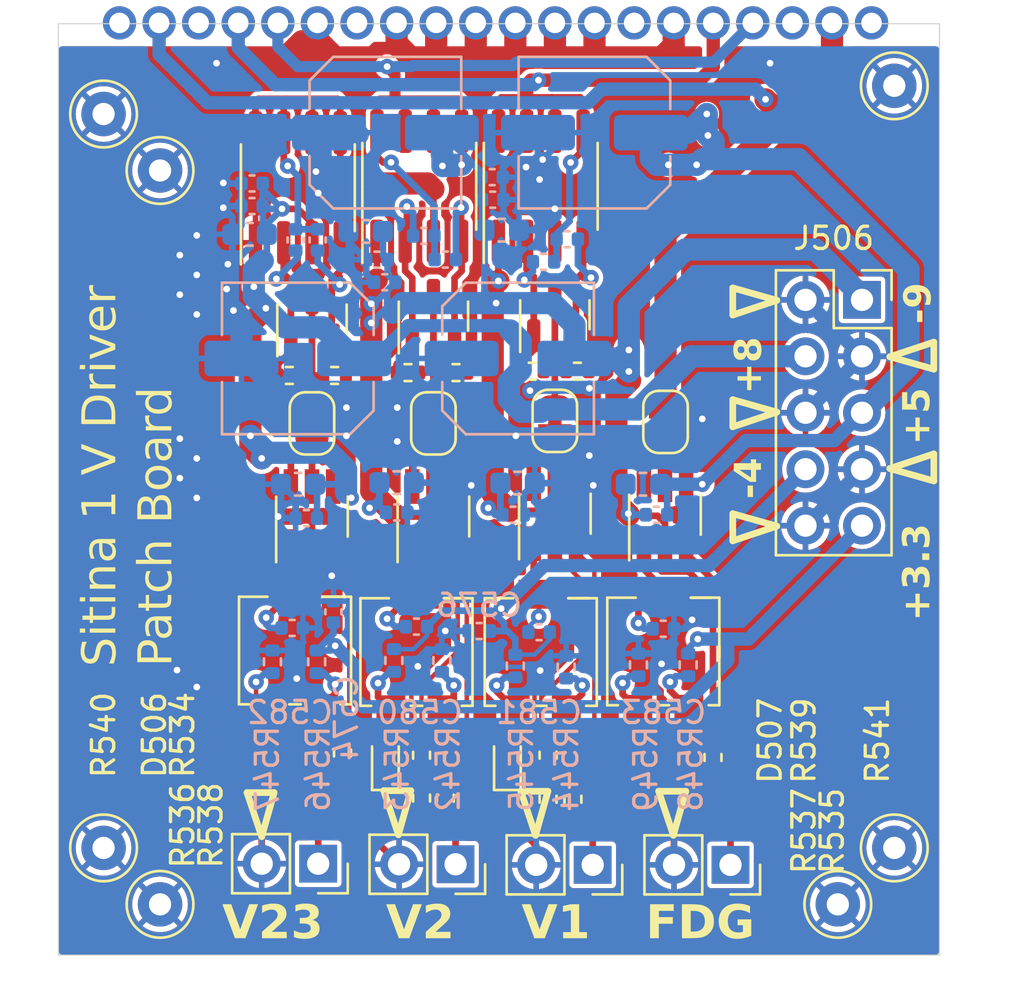
<source format=kicad_pcb>
(kicad_pcb (version 20221018) (generator pcbnew)
  (title_block (title "Sitina 1") (date "2023-03-15") (rev "R0.6") (company "Copyright 2022 Wenting Zhang") (comment 2 "MERCHANTABILITY, SATISFACTORY QUALITY AND FITNESS FOR A PARTICULAR PURPOSE.") (comment 3 "This source is distributed WITHOUT ANY EXPRESS OR IMPLIED WARRANTY, INCLUDING OF") (comment 4 "This source describes Open Hardware and is licensed under the CERN-OHL-S v2."))
  (layers (0 "F.Cu" signal) (31 "B.Cu" signal) (34 "B.Paste" user) (35 "F.Paste" user) (36 "B.SilkS" user "B.Silkscreen") (37 "F.SilkS" user "F.Silkscreen") (38 "B.Mask" user) (39 "F.Mask" user) (44 "Edge.Cuts" user))
  (net 0 "")
  (net 1 "/ccd_driver_v/V2")
  (net 2 "GND")
  (net 3 "/ccd_driver_v/V1")
  (net 4 "/ccd_driver_v/OGL")
  (net 5 "+5V")
  (net 6 "+3V3")
  (net 7 "/ccd_driver_v/FD")
  (net 8 "/ccd_driver_v/VRDL")
  (net 9 "/ccd_driver_v/SUB")
  (net 10 "/ccd_driver_v/AFE_V23")
  (net 11 "/ccd_driver_v/AFE_V2")
  (net 12 "/ccd_driver_v/AFE_V1")
  (net 13 "/ccd_driver_v/AFE_FDG")
  (net 14 "Net-(JP508-A)")
  (net 15 "/ccd_driver_v/OGR")
  (net 16 "/ccd_driver_v/VRDR")
  (net 17 "/ccd_driver_v/ESD")
  (net 18 "Net-(U515-IN-)")
  (net 19 "-4V")
  (net 20 "-9V")
  (net 21 "+8V")
  (net 22 "Net-(U516-IN-)")
  (net 23 "Net-(U514-IN-)")
  (net 24 "Net-(U517-IN-)")
  (net 25 "Net-(U519-SP)")
  (net 26 "Net-(D508-K)")
  (net 27 "Net-(D508-A)")
  (net 28 "Net-(D509-K)")
  (net 29 "Net-(D509-A)")
  (net 30 "Net-(D510-K)")
  (net 31 "Net-(D510-A)")
  (net 32 "Net-(D506-K)")
  (net 33 "Net-(D507-K)")
  (net 34 "/ccd_driver_v/V23")
  (net 35 "/ccd_driver_v/V2S")
  (net 36 "Net-(U515-IN+)")
  (net 37 "Net-(U516-IN+)")
  (net 38 "Net-(U514-IN+)")
  (net 39 "Net-(U517-IN+)")
  (net 40 "Net-(R542-Pad1)")
  (net 41 "Net-(R543-Pad2)")
  (net 42 "Net-(R544-Pad1)")
  (net 43 "Net-(R545-Pad2)")
  (net 44 "Net-(R546-Pad1)")
  (net 45 "Net-(R547-Pad2)")
  (net 46 "Net-(R548-Pad1)")
  (net 47 "Net-(R549-Pad2)")
  (net 48 "Net-(JP507-A)")
  (net 49 "/ccd_driver_v/V1S")
  (net 50 "Net-(JP505-A)")
  (net 51 "Net-(JP506-A)")
  (footprint "Resistor_SMD:R_0402_1005Metric" (layer "F.Cu") (at 37.5666 40.9732)
    (fp_text reference "R555" hide)
    (fp_text value "220")
  )
  (footprint "Potentiometer_SMD:Potentiometer_Bourns_3214G_Horizontal" (layer "F.Cu") (at 37.8206 53.3492 -90)
    (fp_text reference "RV506" hide)
    (fp_text value "10K")
  )
  (footprint "Package_TO_SOT_SMD:SOT-23-6_Handsoldering" (layer "F.Cu") (at 38.5826 47.3232 90)
    (fp_text reference "U514" hide)
    (fp_text value "1EDN7550B")
  )
  (footprint "Resistor_SMD:R_0402_1005Metric" (layer "F.Cu") (at 49.1998 60.0402 90)
    (fp_text reference "R537")
    (fp_text value "5k")
  )
  (footprint "Connector_PinSocket_2.54mm:PinSocket_1x02_P2.54mm_Vertical" (layer "F.Cu") (at 45.0396 62.9662 -90)
    (fp_text reference "J503" hide)
    (fp_text value "Conn_01x02")
  )
  (footprint "Diode_SMD:D_SOD-523" (layer "F.Cu") (at 41.8846 58.3638 90)
    (fp_text reference "D506")
    (fp_text value "1N4148")
  )
  (footprint "Package_TO_SOT_SMD:SOT-23-6_Handsoldering" (layer "F.Cu") (at 54.4576 47.2402 90)
    (fp_text reference "U517" hide)
    (fp_text value "1EDN7550B")
  )
  (footprint "Package_TO_SOT_SMD:SOT-23-6_Handsoldering" (layer "F.Cu") (at 44.0436 47.3202 90)
    (fp_text reference "U515" hide)
    (fp_text value "1EDN7550B")
  )
  (footprint "Resistor_SMD:R_0402_1005Metric" (layer "F.Cu") (at 39.9542 57.9574 90)
    (fp_text reference "R540")
    (fp_text value "22")
  )
  (footprint "Potentiometer_SMD:Potentiometer_Bourns_3214G_Horizontal" (layer "F.Cu") (at 48.8696 53.4162 -90)
    (fp_text reference "RV505" hide)
    (fp_text value "10K")
  )
  (footprint "Package_TO_SOT_SMD:SOT-23" (layer "F.Cu") (at 44.0436 38.3032 90)
    (fp_text reference "D509" hide)
    (fp_text value "BAT54S")
  )
  (footprint "TestPoint:TestPoint_Loop_D1.80mm_Drill1.0mm_Beaded" (layer "F.Cu") (at 29.21 62.23)
    (fp_text reference "TP514" hide)
    (fp_text value "TestPoint")
  )
  (footprint "Connector_PinSocket_2.54mm:PinSocket_2x05_P2.54mm_Vertical" (layer "F.Cu") (at 63.3168 37.5712)
    (fp_text reference "J506")
    (fp_text value "Conn_02x05_Odd_Even")
  )
  (footprint "TestPoint:TestPoint_Loop_D1.80mm_Drill1.0mm_Beaded" (layer "F.Cu") (at 62.23 64.77)
    (fp_text reference "TP510" hide)
    (fp_text value "TestPoint")
  )
  (footprint "Resistor_SMD:R_0402_1005Metric" (layer "F.Cu") (at 50.5206 40.7812)
    (fp_text reference "R558" hide)
    (fp_text value "220")
  )
  (footprint "TestPoint:TestPoint_Loop_D1.80mm_Drill1.0mm_Beaded" (layer "F.Cu") (at 31.75 64.77)
    (fp_text reference "TP505" hide)
    (fp_text value "TestPoint")
  )
  (footprint "Jumper:SolderJumper-2_P1.3mm_Bridged_RoundedPad1.0x1.5mm" (layer "F.Cu") (at 49.5046 43.0172 90)
    (fp_text reference "JP507" hide)
    (fp_text value "Jumper_2_Bridged")
  )
  (footprint "Jumper:SolderJumper-2_P1.3mm_Bridged_RoundedPad1.0x1.5mm" (layer "F.Cu") (at 38.5826 43.1292 90)
    (fp_text reference "JP506" hide)
    (fp_text value "Jumper_2_Bridged")
  )
  (footprint "TestPoint:TestPoint_Loop_D1.80mm_Drill1.0mm_Beaded" (layer "F.Cu") (at 64.77 27.94)
    (fp_text reference "TP501" hide)
    (fp_text value "TestPoint")
  )
  (footprint "Package_SO:SOIC-8_3.9x4.9mm_P1.27mm" (layer "F.Cu") (at 37.9476 32.5262 90)
    (fp_text reference "U518" hide)
    (fp_text value "IRF9389/7309")
  )
  (footprint "Resistor_SMD:R_0402_1005Metric" (layer "F.Cu") (at 43.5102 58.059 -90)
    (fp_text reference "R538")
    (fp_text value "5k")
  )
  (footprint "Package_SO:SOIC-8_3.9x4.9mm_P1.27mm" (layer "F.Cu") (at 48.8696 32.4612 90)
    (fp_text reference "U520" hide)
    (fp_text value "IRF9389/7309")
  )
  (footprint "Package_TO_SOT_SMD:SOT-23" (layer "F.Cu") (at 38.5826 38.4332 90)
    (fp_text reference "D508" hide)
    (fp_text value "BAT54S")
  )
  (footprint "Diode_SMD:D_SOD-523" (layer "F.Cu") (at 47.371 58.3638 90)
    (fp_text reference "D507")
    (fp_text value "1N4148")
  )
  (footprint "Jumper:SolderJumper-2_P1.3mm_Bridged_RoundedPad1.0x1.5mm" (layer "F.Cu") (at 54.483 43.0626 90)
    (fp_text reference "JP508" hide)
    (fp_text value "Jumper_2_Bridged")
  )
  (footprint "Resistor_SMD:R_0402_1005Metric" (layer "F.Cu") (at 44.577 59.9914 90)
    (fp_text reference "R534")
    (fp_text value "22")
  )
  (footprint "Resistor_SMD:R_0402_1005Metric" (layer "F.Cu") (at 48.4886 40.7812)
    (fp_text reference "R559" hide)
    (fp_text value "220")
  )
  (footprint "Resistor_SMD:R_0402_1005Metric" (layer "F.Cu") (at 50.3174 60.0402 90)
    (fp_text reference "R535")
    (fp_text value "22")
  )
  (footprint "TestPoint:TestPoint_Loop_D1.80mm_Drill1.0mm_Beaded" (layer "F.Cu") (at 64.77 62.23)
    (fp_text reference "TP515" hide)
    (fp_text value "TestPoint")
  )
  (footprint "footprints:KAI-1100X_top" (layer "F.Cu") (at 46.8376 41.5544)
    (fp_text reference "J501" hide)
    (fp_text value "KAI11002_top")
  )
  (footprint "Resistor_SMD:R_0402_1005Metric" (layer "F.Cu") (at 39.5986 40.9732)
    (fp_text reference "R554" hide)
    (fp_text value "220")
  )
  (footprint "TestPoint:TestPoint_Loop_D1.80mm_Drill1.0mm_Beaded" (layer "F.Cu") (at 31.75 31.75)
    (fp_text reference "TP513" hide)
    (fp_text value "TestPoint")
  )
  (footprint "Package_TO_SOT_SMD:SOT-23" (layer "F.Cu") (at 49.5046 38.2412 90)
    (fp_text reference "D510" hide)
    (fp_text value "BAT54S")
  )
  (footprint "Resistor_SMD:R_0402_1005Metric" (layer "F.Cu") (at 49.1998 58.059 -90)
    (fp_text reference "R539")
    (fp_text value "5k")
  )
  (footprint "Potentiometer_SMD:Potentiometer_Bourns_3214G_Horizontal" (layer "F.Cu") (at 54.3814 53.3908 -90)
    (fp_text reference "RV507" hide)
    (fp_text value "10K")
  )
  (footprint "Resistor_SMD:R_0402_1005Metric" (layer "F.Cu") (at 42.9006 40.8432)
    (fp_text reference "R557" hide)
    (fp_text value "220")
  )
  (footprint "Resistor_SMD:R_0402_1005Metric" (layer "F.Cu") (at 56.6166 58.1606 90)
    (fp_text reference "R541")
    (fp_text value "22")
  )
  (footprint "Package_TO_SOT_SMD:SOT-23-6_Handsoldering" (layer "F.Cu") (at 49.5046 47.1932 90)
    (fp_text reference "U516" hide)
    (fp_text value "1EDN7550B")
  )
  (footprint "Connector_PinSocket_2.54mm:PinSocket_1x02_P2.54mm_Vertical" (layer "F.Cu") (at 51.2064 62.992 -90)
    (fp_text reference "J504" hide)
    (fp_text value "Conn_01x02")
  )
  (footprint "Package_SO:SOIC-8_3.9x4.9mm_P1.27mm" (layer "F.Cu") (at 43.4086 32.4612 90)
    (fp_text reference "U519" hide)
    (fp_text value "IRF9389/7309")
  )
  (footprint "Connector_PinSocket_2.54mm:PinSocket_1x02_P2.54mm_Vertical" (layer "F.Cu") (at 38.862 62.9412 -90)
    (fp_text reference "J502" hide)
    (fp_text value "Conn_01x02")
  )
  (footprint "Jumper:SolderJumper-2_P1.3mm_Bridged_RoundedPad1.0x1.5mm" (layer "F.Cu") (at 44.0436 43.1292 90)
    (fp_text reference "JP505" hide)
    (fp_text value "Jumper_2_Bridged")
  )
  (footprint "Resistor_SMD:R_0402_1005Metric" (layer "F.Cu") (at 45.0596 40.8432)
    (fp_text reference "R556" hide)
    (fp_text value "220")
  )
  (footprint "Connector_PinSocket_2.54mm:PinSocket_1x02_P2.54mm_Vertical" (layer "F.Cu") (at 57.404 62.992 -90)
    (fp_text reference "J505" hide)
    (fp_text value "Conn_01x02")
  )
  (footprint "TestPoint:TestPoint_Loop_D1.80mm_Drill1.0mm_Beaded" (layer "F.Cu") (at 29.21 29.21)
    (fp_text reference "TP509" hide)
    (fp_text value "TestPoint")
  )
  (footprint "Potentiometer_SMD:Potentiometer_Bourns_3214G_Horizontal" (layer "F.Cu") (at 43.2816 53.4162 -90)
    (fp_text reference "RV504" hide)
    (fp_text value "10K")
  )
  (footprint "Resistor_SMD:R_0402_1005Metric" (layer "F.Cu") (at 43.5102 59.9894 90)
    (fp_text reference "R536")
    (fp_text value "5k")
  )
  (footprint "Capacitor_SMD:C_0402_1005Metric" (layer "B.Cu") (at 54.3814 52.3694 180)
    (fp_text reference "C583")
    (fp_text value "100nF")
  )
  (footprint "Resistor_SMD:R_0402_1005Metric" (layer "B.Cu") (at 55.499 53.995 90)
    (fp_text reference "R548")
    (fp_text value "5k")
  )
  (footprint "Capacitor_SMD:C_Elec_6.3x7.7" (layer "B.Cu") (at 41.8846 30.0482)
    (fp_text reference "C575" hide)
    (fp_text value "470uF")
  )
  (footprint "Capacitor_SMD:C_0603_1608Metric" (layer "B.Cu") (at 37.9606 45.867)
    (fp_text reference "C588" hide)
    (fp_text value "10uF")
  )
  (footprint "Resistor_SMD:R_0402_1005Metric" (layer "B.Cu") (at 44.4246 53.7972 90)
    (fp_text reference "R542")
    (fp_text value "5k")
  )
  (footprint "Resistor_SMD:R_0402_1005Metric" (layer "B.Cu") (at 47.7266 54.0458 -90)
    (fp_text reference "R545")
    (fp_text value "5k")
  )
  (footprint "Capacitor_SMD:C_0603_1608Metric" (layer "B.Cu") (at 47.8282 45.8162)
    (fp_text reference "C590" hide)
    (fp_text value "10uF")
  )
  (footprint "Capacitor_SMD:C_0402_1005Metric" (layer "B.Cu") (at 37.846 34.8742 90)
    (fp_text reference "C593" hide)
    (fp_text value "1nF")
  )
  (footprint "Capacitor_SMD:C_0603_1608Metric" (layer "B.Cu") (at 53.467 45.867)
    (fp_text reference "C591" hide)
    (fp_text value "10uF")
  )
  (footprint "Resistor_SMD:R_0402_1005Metric" (layer "B.Cu") (at 53.2638 53.995 -90)
    (fp_text reference "R549")
    (fp_text value "5k")
  )
  (footprint "Capacitor_SMD:C_0402_1005Metric" (layer "B.Cu") (at 46.6878 32.0494 180)
    (fp_text reference "C600" hide)
    (fp_text value "100nF")
  )
  (footprint "Capacitor_SMD:C_0402_1005Metric" (layer "B.Cu") (at 38.8366 34.8742 -90)
    (fp_text reference "C592" hide)
    (fp_text value "1nF")
  )
  (footprint "Capacitor_SMD:C_0402_1005Metric" (layer "B.Cu") (at 41.8566 36.7792)
    (fp_text reference "C599" hide)
    (fp_text value "100nF")
  )
  (footprint "Capacitor_SMD:C_0402_1005Metric" (layer "B.Cu") (at 37.6936 52.3332 180)
    (fp_text reference "C582")
    (fp_text value "100nF")
  )
  (footprint "Capacitor_SMD:C_0603_1608Metric" (layer "B.Cu") (at 35.7756 34.6202)
    (fp_text reference "C604" hide)
    (fp_text value "10uF")
  )
  (footprint "Capacitor_SMD:C_0402_1005Metric" (layer "B.Cu") (at 38.3286 47.391)
    (fp_text reference "C584" hide)
    (fp_text value "100nF")
  )
  (footprint "Capacitor_SMD:C_0603_1608Metric" (layer "B.Cu") (at 42.3926 45.7962)
    (fp_text reference "C589" hide)
    (fp_text value "10uF")
  )
  (footprint "Capacitor_SMD:C_0402_1005Metric" (layer "B.Cu") (at 48.7934 52.5218 180)
    (fp_text reference "C581")
    (fp_text value "100nF")
  )
  (footprint "Capacitor_SMD:C_0402_1005Metric" (layer "B.Cu") (at 35.8876 33.3502)
    (fp_text reference "C598" hide)
    (fp_text value "100nF")
  )
  (footprint "Capacitor_SMD:C_0603_1608Metric" (layer "B.Cu") (at 47.117 34.437)
    (fp_text reference "C606" hide)
    (fp_text value "10uF")
  )
  (footprint "Capacitor_SMD:C_0402_1005Metric" (layer "B.Cu") (at 54.0766 47.2386)
    (fp_text reference "C587" hide)
    (fp_text value "100nF")
  )
  (footprint "Resistor_SMD:R_0402_1005Metric" (layer "B.Cu") (at 38.7946 53.8572 90)
    (fp_text reference "R546")
    (fp_text value "5k")
  )
  (footprint "Resistor_SMD:R_0402_1005Metric" (layer "B.Cu") (at 36.8046 53.8572 -90)
    (fp_text reference "R547")
    (fp_text value "5k")
  )
  (footprint "Capacitor_SMD:C_0402_1005Metric" (layer "B.Cu") (at 48.9966 35.8594)
    (fp_text reference "C597" hide)
    (fp_text value "1nF")
  )
  (footprint "Capacitor_SMD:C_0402_1005Metric" (layer "B.Cu") (at 35.8876 32.3342)
    (fp_text reference "C601" hide)
    (fp_text value "1uF")
  )
  (footprint "Capacitor_SMD:C_0402_1005Metric" (layer "B.Cu") (at 44.577 35.7578)
    (fp_text reference "C594" hide)
    (fp_text value "1nF")
  )
  (footprint "Capacitor_SMD:C_Elec_6.3x7.7" (layer "B.Cu") (at 37.9451 40.2082 180)
    (fp_text reference "C578" hide)
    (fp_text value "470uF")
  )
  (footprint "Capacitor_SMD:C_0402_1005Metric" (layer "B.Cu") (at 43.6118 34.691)
    (fp_text reference "C595" hide)
    (fp_text value "1nF")
  )
  (footprint "Capacitor_SMD:C_0402_1005Metric" (layer "B.Cu") (at 47.625 47.2386)
    (fp_text reference "C586" hide)
    (fp_text value "100nF")
  )
  (footprint "Resistor_SMD:R_0402_1005Metric" (layer "B.Cu") (at 50.0126 54.0966 90)
    (fp_text reference "R544")
    (fp_text value "5k")
  )
  (footprint "Capacitor_SMD:C_0402_1005Metric" (layer "B.Cu") (at 46.101 52.471 180)
    (fp_text reference "C576")
    (fp_text value "1uF")
  )
  (footprint "Capacitor_SMD:C_0402_1005Metric" (layer "B.Cu") (at 43.2816 52.2732 180)
    (fp_text reference "C580")
    (fp_text value "100nF")
  )
  (footprint "Capacitor_SMD:C_0402_1005Metric" (layer "B.Cu") (at 50.0634 34.8434)
    (fp_text reference "C596" hide)
    (fp_text value "1nF")
  )
  (footprint "Capacitor_SMD:C_Elec_6.3x7.7" (layer "B.Cu") (at 47.8511 40.2082)
    (fp_text reference "C577" hide)
    (fp_text value "470uF")
  )
  (footprint "Capacitor_SMD:C_0402_1005Metric" (layer "B.Cu") (at 39.5478 51.6074 -90)
    (fp_text reference "C574")
    (fp_text value "1uF")
  )
  (footprint "Capacitor_SMD:C_0402_1005Metric" (layer "B.Cu") (at 42.3926 47.137)
    (fp_text reference "C585" hide)
    (fp_text value "100nF")
  )
  (footprint "Capacitor_SMD:C_0603_1608Metric" (layer "B.Cu") (at 40.9956 34.4932 180)
    (fp_text reference "C605" hide)
    (fp_text value "10uF")
  )
  (footprint "Capacitor_SMD:C_Elec_6.3x7.7" (layer "B.Cu") (at 51.2851 30.0482 180)
    (fp_text reference "C579" hide)
    (fp_text value "470uF")
  )
  (footprint "Capacitor_SMD:C_0402_1005Metric" (layer "B.Cu") (at 41.5036 35.7632 180)
    (fp_text reference "C602" hide)
    (fp_text value "1uF")
  )
  (footprint "Capacitor_SMD:C_0402_1005Metric" (layer "B.Cu") (at 46.7106 33.0654)
    (fp_text reference "C603" hide)
    (fp_text value "1uF")
  )
  (footprint "Resistor_SMD:R_0402_1005Metric" (layer "B.Cu") (at 42.2656 53.7972 -90)
    (fp_text reference "R543")
    (fp_text value "5k")
  )
  (gr_line (start 43.0284 59.655) (end 41.8092 59.655) (stroke (width 0.3)) (layer "F.SilkS"))
  (gr_line (start 49.1952 59.6808) (end 47.976 59.6808) (stroke (width 0.3)) (layer "F.SilkS"))
  (gr_line (start 47.976 59.6808) (end 48.6364 61.662) (stroke (width 0.3)) (layer "F.SilkS"))
  (gr_line (start 66.548 40.6908) (end 66.548 39.4716) (stroke (width 0.3)) (layer "F.SilkS"))
  (gr_line (start 57.5056 37.0332) (end 57.5056 38.2524) (stroke (width 0.3)) (layer "F.SilkS"))
  (gr_line (start 64.5668 40.132) (end 66.548 40.6908) (stroke (width 0.3)) (layer "F.SilkS"))
  (gr_line (start 55.3928 59.6808) (end 54.1736 59.6808) (stroke (width 0.3)) (layer "F.SilkS"))
  (gr_line (start 42.4696 61.6362) (end 43.0284 59.655) (stroke (width 0.3)) (layer "F.SilkS"))
  (gr_line (start 59.4868 47.752) (end 57.5056 47.1932) (stroke (width 0.3)) (layer "F.SilkS"))
  (gr_line (start 54.1736 59.6808) (end 54.834 61.662) (stroke (width 0.3)) (layer "F.SilkS"))
  (gr_line (start 57.5056 38.2524) (end 59.4868 37.592) (stroke (width 0.3)) (layer "F.SilkS"))
  (gr_line (start 36.8808 59.7408) (end 35.6616 59.7408) (stroke (width 0.3)) (layer "F.SilkS"))
  (gr_line (start 48.6364 61.662) (end 49.1952 59.6808) (stroke (width 0.3)) (layer "F.SilkS"))
  (gr_line (start 57.5056 42.0624) (end 57.5056 43.2816) (stroke (width 0.3)) (layer "F.SilkS"))
  (gr_line (start 66.548 39.4716) (end 64.5668 40.132) (stroke (width 0.3)) (layer "F.SilkS"))
  (gr_line (start 66.548 44.5008) (end 64.5668 45.1612) (stroke (width 0.3)) (layer "F.SilkS"))
  (gr_line (start 41.8092 59.655) (end 42.4696 61.6362) (stroke (width 0.3)) (layer "F.SilkS"))
  (gr_line (start 54.834 61.662) (end 55.3928 59.6808) (stroke (width 0.3)) (layer "F.SilkS"))
  (gr_line (start 57.5056 48.4124) (end 59.4868 47.752) (stroke (width 0.3)) (layer "F.SilkS"))
  (gr_line (start 36.322 61.722) (end 36.8808 59.7408) (stroke (width 0.3)) (layer "F.SilkS"))
  (gr_line (start 59.4868 37.592) (end 57.5056 37.0332) (stroke (width 0.3)) (layer "F.SilkS"))
  (gr_line (start 57.5056 43.2816) (end 59.4868 42.6212) (stroke (width 0.3)) (layer "F.SilkS"))
  (gr_line (start 59.4868 42.6212) (end 57.5056 42.0624) (stroke (width 0.3)) (layer "F.SilkS"))
  (gr_line (start 35.6616 59.7408) (end 36.322 61.722) (stroke (width 0.3)) (layer "F.SilkS"))
  (gr_line (start 57.5056 47.1932) (end 57.5056 48.4124) (stroke (width 0.3)) (layer "F.SilkS"))
  (gr_line (start 66.548 45.72) (end 66.548 44.5008) (stroke (width 0.3)) (layer "F.SilkS"))
  (gr_line (start 64.5668 45.1612) (end 66.548 45.72) (stroke (width 0.3)) (layer "F.SilkS"))
  (gr_rect (start 27.178 25.146) (end 66.802 67.056) (stroke (width 0.05)) (fill none) (layer "Edge.Cuts"))
  (gr_text "V2" (at 41.91 66.548) (layer "F.SilkS") (effects (font (size 1.5 1.5) (thickness 0.3) bold) (justify left bottom)))
  (gr_text "+5" (at 66.548 44.0944 90) (layer "F.SilkS") (effects (font (size 1.2 1.2) (thickness 0.25) bold) (justify left bottom)))
  (gr_text "+8" (at 58.9788 41.8084 90) (layer "F.SilkS") (effects (font (size 1.2 1.2) (thickness 0.25) bold) (justify left bottom)))
  (gr_text "V23" (at 34.544 66.548) (layer "F.SilkS") (effects (font (size 1.5 1.5) (thickness 0.3) bold) (justify left bottom)))
  (gr_text "Sitina 1 V Driver \nPatch Board" (at 32.512 54.0766 90) (layer "F.SilkS") (effects (font (size 1.5 1.5) (thickness 0.1)) (justify left bottom)))
  (gr_text "-4" (at 58.9788 46.5328 90) (layer "F.SilkS") (effects (font (size 1.2 1.2) (thickness 0.25) bold) (justify left bottom)))
  (gr_text "-9" (at 66.5988 38.6588 90) (layer "F.SilkS") (effects (font (size 1.2 1.2) (thickness 0.25) bold) (justify left bottom)))
  (gr_text "V1" (at 48.006 66.548) (layer "F.SilkS") (effects (font (size 1.5 1.5) (thickness 0.3) bold) (justify left bottom)))
  (gr_text "FDG" (at 53.594 66.548) (layer "F.SilkS") (effects (font (size 1.5 1.5) (thickness 0.3) bold) (justify left bottom)))
  (gr_text "+3.3" (at 66.548 52.0192 90) (layer "F.SilkS") (effects (font (size 1.2 1.2) (thickness 0.25) bold) (justify left bottom)))
  (segment (start 42.3164 27.432) (end 42.3164 28.5242) (width 0.5) (layer "F.Cu") (net 1))
  (segment (start 41.5036 31.1096) (end 41.5036 29.9862) (width 0.3) (layer "F.Cu") (net 1))
  (segment (start 41.9608 27.0764) (end 42.3164 27.432) (width 0.5) (layer "F.Cu") (net 1))
  (segment (start 45.3136 28.6512) (end 45.3136 30.0482) (width 0.3) (layer "F.Cu") (net 1))
  (segment (start 41.7787 31.3847) (end 41.5036 31.1096) (width 0.3) (layer "F.Cu") (net 1))
  (segment (start 45.1866 28.5242) (end 45.3136 28.6512) (width 0.3) (layer "F.Cu") (net 1))
  (segment (start 41.5036 28.6512) (end 41.6306 28.5242) (width 0.3) (layer "F.Cu") (net 1))
  (segment (start 44.0436 28.6512) (end 43.9166 28.5242) (width 0.3) (layer "F.Cu") (net 1))
  (segment (start 44.0436 30.0482) (end 44.0436 28.6512) (width 0.3) (layer "F.Cu") (net 1))
  (segment (start 41.6306 28.5242) (end 42.3164 28.5242) (width 0.3) (layer "F.Cu") (net 1))
  (segment (start 42.7736 28.6512) (end 42.9006 28.5242) (width 0.3) (layer "F.Cu") (net 1))
  (segment (start 42.1386 31.3847) (end 41.7787 31.3847) (width 0.3) (layer "F.Cu") (net 1))
  (segment (start 42.7736 30.0482) (end 42.7736 28.6512) (width 0.3) (layer "F.Cu") (net 1))
  (segment (start 43.9166 28.5242) (end 45.1866 28.5242) (width 0.3) (layer "F.Cu") (net 1))
  (segment (start 41.5036 30.0482) (end 41.5036 28.6512) (width 0.3) (layer "F.Cu") (net 1))
  (segment (start 42.9006 28.5242) (end 43.9166 28.5242) (width 0.3) (layer "F.Cu") (net 1))
  (segment (start 42.3164 28.5242) (end 42.9006 28.5242) (width 0.3) (layer "F.Cu") (net 1))
  (via (at 41.9608 27.0764) (size 0.7) (drill 0.3) (layers "F.Cu" "B.Cu") (net 1))
  (via (at 42.1386 31.3847) (size 0.7) (drill 0.3) (layers "F.Cu" "B.Cu") (net 1))
  (segment (start 43.0784 27.0764) (end 43.1292 27.0256) (width 0.5) (layer "B.Cu") (net 1))
  (segment (start 47.77805 26.8732) (end 56.6438 26.8732) (width 0.5) (layer "B.Cu") (net 1))
  (segment (start 37.0476 25.1094) (end 37.0476 26.1764) (width 0.5) (layer "B.Cu") (net 1))
  (segment (start 37.0476 26.1764) (end 37.9476 27.0764) (width 0.5) (layer "B.Cu") (net 1))
  (segment (start 44.0918 34.691) (end 44.0918 35.7526) (width 0.3) (layer "B.Cu") (net 1))
  (segment (start 43.1292 27.0256) (end 47.62565 27.0256) (width 0.5) (layer "B.Cu") (net 1))
  (segment (start 44.0918 35.7526) (end 44.097 35.7578) (width 0.3) (layer "B.Cu") (net 1))
  (segment (start 56.6438 26.8732) (end 58.4076 25.1094) (width 0.5) (layer "B.Cu") (net 1))
  (segment (start 47.62565 27.0256) (end 47.77805 26.8732) (width 0.5) (layer "B.Cu") (net 1))
  (segment (start 44.0918 34.691) (end 44.0918 33.3379) (width 0.3) (layer "B.Cu") (net 1))
  (segment (start 37.9476 27.0764) (end 43.0784 27.0764) (width 0.5) (layer "B.Cu") (net 1))
  (segment (start 44.0918 33.3379) (end 42.1386 31.3847) (width 0.3) (layer "B.Cu") (net 1))
  (segment (start 44.1676 26.4384) (end 44.3992 26.67) (width 1) (layer "F.Cu") (net 2))
  (segment (start 42.3876 26.03) (end 42.3876 25.1094) (width 1) (layer "F.Cu") (net 2))
  (segment (start 38.5826 48.6732) (end 38.5826 47.5932) (width 0.3) (layer "F.Cu") (net 2))
  (segment (start 35.052 36.2204) (end 35.7124 36.2204) (width 0.3) (layer "F.Cu") (net 2))
  (segment (start 43.053 56.9414) (end 43.053 54.3506) (width 0.2) (layer "F.Cu") (net 2))
  (segment (start 48.6664 62.1284) (end 46.736 60.198) (width 0.3) (layer "F.Cu") (net 2))
  (segment (start 37.592 59.1312) (end 37.8968 58.8264) (width 0.3) (layer "F.Cu") (net 2))
  (segment (start 54.2544 55.5752) (end 54.2544 55.173729) (width 0.3) (layer "F.Cu") (net 2))
  (segment (start 41.8846 57.6638) (end 42.3306 57.6638) (width 0.2) (layer "F.Cu") (net 2))
  (segment (start 36.0426 35.8902) (end 36.0426 35.0012) (width 0.3) (layer "F.Cu") (net 2))
  (segment (start 51.308 26.67) (end 49.4284 26.67) (width 1) (layer "F.Cu") (net 2))
  (segment (start 39.624 26.67) (end 40.7924 26.67) (width 1) (layer "F.Cu") (net 2))
  (segment (start 54.356 60.3504) (end 54.2544 60.2488) (width 0.3) (layer "F.Cu") (net 2))
  (segment (start 54.0004 54.919729) (end 54.0004 54.864) (width 0.3) (layer "F.Cu") (net 2))
  (segment (start 37.592 26.474189) (end 38.129095 25.937094) (width 1) (layer "F.Cu") (net 2))
  (segment (start 36.322 60.4012) (end 37.592 59.1312) (width 0.3) (layer "F.Cu") (net 2))
  (segment (start 54.0004 54.2544) (end 54.3052 53.9496) (width 0.3) (layer "F.Cu") (net 2))
  (segment (start 36.322 26.67) (end 34.1884 28.8036) (width 1) (layer "F.Cu") (net 2))
  (segment (start 39.2416 49.9872) (end 39.4716 49.9872) (width 0.3) (layer "F.Cu") (net 2))
  (segment (start 46.1264 26.67) (end 44.3992 26.67) (width 1) (layer "F.Cu") (net 2))
  (segment (start 39.624 26.67) (end 37.592 26.67) (width 1) (layer "F.Cu") (net 2))
  (segment (start 40.7924 26.67) (end 40.894 26.7716) (width 1) (layer "F.Cu") (net 2))
  (segment (start 54.2544 60.2488) (end 54.2544 55.5752) (width 0.3) (layer "F.Cu") (net 2))
  (segment (start 49.4284 26.67) (end 47.6504 26.67) (width 1) (layer "F.Cu") (net 2))
  (segment (start 49.5076 26.5908) (end 49.4284 26.67) (width 1) (layer "F.Cu") (net 2))
  (segment (start 42.5704 26.2128) (end 41.4528 26.2128) (width 0.5) (layer "F.Cu") (net 2))
  (segment (start 48.5902 54.503) (end 48.8442 54.249) (width 0.2) (layer "F.Cu") (net 2))
  (segment (start 50.5292 45.9178) (end 50.4546 45.8432) (width 0.3) (layer "F.Cu") (net 2))
  (segment (start 44.1676 25.1094) (end 44.1676 26.4384) (width 1) (layer "F.Cu") (net 2))
  (segment (start 38.5826 48.6732) (end 38.5826 49.3282) (width 0.3) (layer "F.Cu") (net 2))
  (segment (start 42.5704 26.2128) (end 42.3876 26.03) (width 1) (layer "F.Cu") (net 2))
  (segment (start 54.0004 54.864) (end 54.0004 54.2544) (width 0.3) (layer "F.Cu") (net 2))
  (segment (start 49.5046 33.4718) (end 49.5046 34.9362) (width 0.3) (layer "F.Cu") (net 2))
  (segment (start 46.736 60.198) (end 46.736 58.2988) (width 0.3) (layer "F.Cu") (net 2))
  (segment (start 36.322 62.9412) (end 36.322 60.4012) (width 0.3) (layer "F.Cu") (net 2))
  (segment (start 45.9476 26.4912) (end 46.1264 26.67) (width 1) (layer "F.Cu") (net 2))
  (segment (start 47.7154 57.6638) (end 48.5902 56.789) (width 0.2) (layer "F.Cu") (net 2))
  (segment (start 42.3306 57.6638) (end 43.053 56.9414) (width 0.2) (layer "F.Cu") (net 2))
  (segment (start 48.5902 55.011) (end 48.5902 54.503) (width 0.2) (layer "F.Cu") (net 2))
  (segment (start 49.5076 25.1094) (end 49.5076 26.5908) (width 1) (layer "F.Cu") (net 2))
  (segment (start 37.8968 58.8264) (end 37.8968 54.61) (width 0.3) (layer "F.Cu") (net 2))
  (segment (start 51.2876 25.1094) (end 51.2876 26.6496) (width 1) (layer "F.Cu") (net 2))
  (segment (start 48.5902 55.011) (end 48.5902 54.757) (width 0.2) (layer "F.Cu") (net 2))
  (segment (start 34.798 35.9664) (end 35.052 36.2204) (width 0.3) (layer "F.Cu") (net 2))
  (segment (start 54.3052 26.67) (end 51.308 26.67) (width 1) (layer "F.Cu") (net 2))
  (segment (start 42.5704 26.2128) (end 43.0276 26.67) (width 1) (layer "F.Cu") (net 2))
  (segment (start 34.1884 28.8036) (end 34.1884 33.1724) (width 1) (layer "F.Cu") (net 2))
  (segment (start 41.4528 26.2128) (end 40.894 26.7716) (width 0.5) (layer "F.Cu") (net 2))
  (segment (start 37.592 26.67) (end 36.322 26.67) (width 1) (layer "F.Cu") (net 2))
  (segment (start 37.592 26.67) (end 37.592 26.474189) (width 1) (layer "F.Cu") (net 2))
  (segment (start 45.7454 45.9178) (end 45.046 45.9178) (width 0.3) (layer "F.Cu") (net 2))
  (segment (start 41.2846 60.5886) (end 41.2846 58.2638) (width 0.3) (layer "F.Cu") (net 2))
  (segment (start 54.864 62.992) (end 54.864 60.8584) (width 0.3) (layer "F.Cu") (net 2))
  (segment (start 38.5826 47.5932) (end 38.3096 47.3202) (width 0.3) (layer "F.Cu") (net 2))
  (segment (start 45.9476 25.1094) (end 45.9476 26.4912) (width 1) (layer "F.Cu") (net 2))
  (segment (start 48.5902 56.789) (end 48.5902 55.011) (width 0.2) (layer "F.Cu") (net 2))
  (segment (start 54.8476 26.1276) (end 54.3052 26.67) (width 1) (layer "F.Cu") (net 2))
  (segment (start 41.2846 58.2638) (end 41.8846 57.6638) (width 0.3) (layer "F.Cu") (net 2))
  (segment (start 43.0276 26.67) (end 44.3992 26.67) (width 1) (layer "F.Cu") (net 2))
  (segment (start 51.2876 26.6496) (end 51.308 26.67) (width 1) (layer "F.Cu") (net 2))
  (segment (start 47.6504 26.67) (end 46.1264 26.67) (width 1) (layer "F.Cu") (net 2))
  (segment (start 43.053 54.3506) (end 43.3424 54.0612) (width 0.2) (layer "F.Cu") (net 2))
  (segment (start 47.7276 26.5928) (end 47.6504 26.67) (width 1) (layer "F.Cu") (net 2))
  (segment (start 35.7124 36.2204) (end 36.0426 35.8902) (width 0.3) (layer "F.Cu") (net 2))
  (segment (start 54.8476 25.1094) (end 54.8476 26.1276) (width 1) (layer "F.Cu") (net 2))
  (segment (start 54.864 60.8584) (end 54.356 60.3504) (width 0.3) (layer "F.Cu") (net 2))
  (segment (start 47.371 57.6638) (end 47.7154 57.6638) (width 0.2) (layer "F.Cu") (net 2))
  (segment (start 42.4996 62.9662) (end 41.402 61.8686) (width 0.3) (layer "F.Cu") (net 2))
  (segment (start 38.3096 47.3202) (end 37.0586 47.3202) (width 0.3) (layer "F.Cu") (net 2))
  (segment (start 46.736 58.2988) (end 47.371 57.6638) (width 0.3) (layer "F.Cu") (net 2))
  (segment (start 38.8276 25.8736) (end 39.624 26.67) (width 1) (layer "F.Cu") (net 2))
  (segment (start 48.6664 62.992) (end 48.6664 62.1284) (width 0.3) (layer "F.Cu") (net 2))
  (segment (start 51.2318 45.9178) (end 50.5292 45.9178) (width 0.3) (layer "F.Cu") (net 2))
  (segment (start 47.7276 25.1094) (end 47.7276 26.5928) (width 1) (layer "F.Cu") (net 2))
  (segment (start 41.402 61.8686) (end 41.402 60.706) (width 0.3) (layer "F.Cu") (net 2))
  (segment (start 38.8276 25.1094) (end 38.8276 25.8736) (width 1) (layer "F.Cu") (net 2))
  (segment (start 54.2544 55.173729) (end 54.0004 54.919729) (width 0.3) (layer "F.Cu") (net 2))
  (segment (start 41.402 60.706) (end 41.2846 60.5886) (width 0.3) (layer "F.Cu") (net 2))
  (segment (start 45.046 45.9178) (end 44.9936 45.9702) (width 0.3) (layer "F.Cu") (net 2))
  (segment (start 38.5826 49.3282) (end 39.2416 49.9872) (width 0.3) (layer "F.Cu") (net 2))
  (via (at 34.7472 37.084) (size 0.7) (drill 0.3) (layers "F.Cu" "B.Cu") (net 2))
  (via (at 32.639 43.815) (size 0.7) (drill 0.3) (layers "F.Cu" "B.Cu") (net 2))
  (via (at 44.577 52.4681) (size 0.7) (drill 0.3) (layers "F.Cu" "B.Cu") (net 2))
  (via (at 33.401 54.991) (size 0.7) (drill 0.3) (layers "F.Cu" "B.Cu") (net 2))
  (via (at 42.418 42.418) (size 0.7) (drill 0.3) (layers "F.Cu" "B.Cu") (net 2))
  (via (at 48.387 41.656) (size 0.7) (drill 0.3) (layers "F.Cu" "B.Cu") (net 2))
  (via (at 32.512 54.229) (size 0.7) (drill 0.3) (layers "F.Cu" "B.Cu") (net 2))
  (via (at 33.401 44.704) (size 0.7) (drill 0.3) (layers "F.Cu" "B.Cu") (net 2))
  (via (at 37.8968 54.61) (size 0.7) (drill 0.3) (layers "F.Cu" "B.Cu") (net 2))
  (via (at 33.401 36.449) (size 0.7) (drill 0.3) (layers "F.Cu" "B.Cu") (net 2))
  (via (at 33.401 38.227) (size 0.7) (drill 0.3) (layers "F.Cu" "B.Cu") (net 2))
  (via (at 34.29 26.924) (size 0.7) (drill 0.3) (layers "F.Cu" "B.Cu") (net 2))
  (via (at 33.401 46.482) (size 0.7) (drill 0.3) (layers "F.Cu" "B.Cu") (net 2))
  (via (at 38.7604 31.8008) (size 0.7) (drill 0.3) (layers "F.Cu" "B.Cu") (net 2))
  (via (at 32.639 37.338) (size 0.7) (drill 0.3) (layers "F.Cu" "B.Cu") (net 2))
  (via (at 48.2092 31.5976) (size 0.7) (drill 0.3) (layers "F.Cu" "B.Cu") (net 2))
  (via (at 37.0586 47.3202) (size 0.7) (drill 0.3) (layers "F.Cu" "B.Cu") (net 2))
  (via (at 39.4716 49.9872) (size 0.7) (drill 0.3) (layers "F.Cu" "B.Cu") (net 2))
  (via (at 38.862 32.766) (size 0.7) (drill 0.3) (layers "F.Cu" "B.Cu") (net 2))
  (via (at 51.054 41.5507) (size 0.7) (drill 0.3) (layers "F.Cu" "B.Cu") (net 2))
  (via (at 40.132 42.418) (size 0.7) (drill 0.3) (layers "F.Cu" "B.Cu") (net 2))
  (via (at 42.418 43.942) (size 0.7) (drill 0.3) (layers "F.Cu" "B.Cu") (net 2))
  (via (at 35.052 38.0492) (size 0.7) (drill 0.3) (layers "F.Cu" "B.Cu") (net 2))
  (via (at 59.182 26.924) (size 0.7) (drill 0.3) (layers "F.Cu" "B.Cu") (net 2))
  (via (at 33.401 34.671) (size 0.7) (drill 0.3) (layers "F.Cu" "B.Cu") (net 2))
  (via (at 34.5948 33.4264) (size 0.7) (drill 0.3) (layers "F.Cu" "B.Cu") (net 2))
  (via (at 49.5046 33.4718) (size 0.7) (drill 0.3) (layers "F.Cu" "B.Cu") (net 2))
  (via (at 43.3424 54.0612) (size 0.7) (drill 0.3) (layers "F.Cu" "B.Cu") (net 2))
  (via (at 40.132 43.688) (size 0.7) (drill 0.3) (layers "F.Cu" "B.Cu") (net 2))
  (via (at 51.2318 45.9178) (size 0.7) (drill 0.3) (layers "F.Cu" "B.Cu") (net 2))
  (via (at 48.956043 31.259031) (size 0.7) (drill 0.3) (layers "F.Cu" "B.Cu") (net 2))
  (via (at 51.054 44.577) (size 0.7) (drill 0.3) (layers "F.Cu" "B.Cu") (net 2))
  (via (at 54.3052 53.9496) (size 0.7) (drill 0.3) (layers "F.Cu" "B.Cu") (net 2))
  (via (at 34.5948 32.3088) (size 0.7) (drill 0.3) (layers "F.Cu" "B.Cu") (net 2))
  (via (at 55.6768 51.9684) (size 0.7) (drill 0.3) (layers "F.Cu" "B.Cu") (net 2))
  (via (at 47.752 43.688) (size 0.7) (drill 0.3) (layers "F.Cu" "B.Cu") (net 2))
  (via (at 45.7454 45.9178) (size 0.7) (drill 0.3) (layers "F.Cu" "B.Cu") (net 2))
  (via (at 34.798 35.9664) (size 0.7) (drill 0.3) (layers "F.Cu" "B.Cu") (net 2))
  (via (at 32.639 35.56) (size 0.7) (drill 0.3) (layers "F.Cu" "B.Cu") (net 2))
  (via (at 48.8188 32.1564) (size 0.7) (drill 0.3) (layers "F.Cu" "B.Cu") (net 2))
  (via (at 32.639 45.593) (size 0.7) (drill 0.3) (layers "F.Cu" "B.Cu") (net 2))
  (via (at 48.8442 54.249) (size 0.7) (drill 0.3) (layers "F.Cu" "B.Cu") (net 2))
  (via (at 56.134 42.926) (size 0.7) (drill 0.3) (layers "F.Cu" "B.Cu") (net 2))
  (segment (start 53.2638 53.485) (end 54.1802 53.485) (width 0.3) (layer "B.Cu") (net 2))
  (segment (start 49.5134 54.0858) (end 50.0126 53.5866) (width 0.2) (layer "B.Cu") (net 2))
  (segment (start 49.0074 54.0858) (end 49.1998 54.0858) (width 0.2) (layer "B.Cu") (net 2))
  (segment (start 54.8614 52.8038) (end 54.8614 52.3694) (width 0.3) (layer "B.Cu") (net 2))
  (segment (start 35.6362 40.2082) (end 35.4076 40.2082) (width 1) (layer "B.Cu") (net 2))
  (segment (start 48.8188 31.496) (end 48.8188 31.6992) (width 0.3) (layer "B.Cu") (net 2))
  (segment (start 54.1802 53.485) (end 54.8614 52.8038) (width 0.3) (layer "B.Cu") (net 2))
  (segment (start 48.8188 31.3944) (end 49.3268 30.8864) (width 0.3) (layer "B.Cu") (net 2))
  (segment (start 41.0236 35.7632) (end 41.0236 36.4262) (width 0.3) (layer "B.Cu") (net 2))
  (segment (start 37.6428 42.2148) (end 35.6362 40.2082) (width 1) (layer "B.Cu") (net 2))
  (segment (start 63.3168 40.1112) (end 60.7768 42.6512) (width 0.6) (layer "B.Cu") (net 2))
  (segment (start 35.1028 29.9212) (end 35.1028 29.972) (width 1) (layer "B.Cu") (net 2))
  (segment (start 47.1678 31.628) (end 48.7476 30.0482) (width 0.3) (layer "B.Cu") (net 2))
  (segment (start 39.2201 29.9212) (end 35.1028 29.9212) (width 1) (layer "B.Cu") (net 2))
  (segment (start 54.8614 52.3694) (end 55.2758 52.3694) (width 0.3) (layer "B.Cu") (net 2))
  (segment (start 45.3136 40.2082) (end 45.3136 40.4368) (width 1) (layer "B.Cu") (net 2))
  (segment (start 48.7476 30.0482) (end 48.7476 31.050588) (width 0.3) (layer "B.Cu") (net 2))
  (segment (start 34.2392 30.8356) (end 34.2392 33.2232) (width 1) (layer "B.Cu") (net 2))
  (segment (start 48.8188 31.6992) (end 48.8188 32.1564) (width 0.3) (layer "B.Cu") (net 2))
  (segment (start 54.3052 53.9496) (end 54.3052 53.61) (width 0.3) (layer "B.Cu") (net 2))
  (segment (start 37.7572 53.3472) (end 38.1736 52.9308) (width 0.2) (layer "B.Cu") (net 2))
  (segment (start 38.862 32.766) (end 38.862 32.5628) (width 1) (layer "B.Cu") (net 2))
  (segment (start 40.2206 33.9214) (end 39.9796 33.6804) (width 0.3) (layer "B.Cu") (net 2))
  (segment (start 44.6278 52.471) (end 44.577 52.5218) (width 0.3) (layer "B.Cu") (net 2))
  (segment (start 48.8188 31.6992) (end 48.8188 31.3944) (width 0.3) (layer "B.Cu") (net 2))
  (segment (start 35.4076 32.3342) (end 34.6202 32.3342) (width 0.3) (layer "B.Cu") (net 2))
  (segment (start 43.5356 42.2148) (end 37.6428 42.2148) (width 1) (layer "B.Cu") (net 2))
  (segment (start 35.052 38.0492) (end 35.052 38.0492) (width 1) (layer "B.Cu") (net 2))
  (segment (start 48.8442 54.249) (end 49.0074 54.0858) (width 0.2) (layer "B.Cu") (net 2))
  (segment (start 35.4076 34.2132) (end 35.0006 34.6202) (width 0.3) (layer "B.Cu") (net 2))
  (segment (start 48.105 46.3144) (end 48.6032 45.8162) (width 0.3) (layer "B.Cu") (net 2))
  (segment (start 51.1302 45.8162) (end 51.2318 45.9178) (width 0.3) (layer "B.Cu") (net 2))
  (segment (start 38.1736 52.9308) (end 38.1736 52.3332) (width 0.2) (layer "B.Cu") (net 2))
  (segment (start 54.3052 53.61) (end 54.1802 53.485) (width 0.3) (layer "B.Cu") (net 2))
  (segment (start 35.0006 35.7638) (end 35.0006 34.6202) (width 0.3) (layer "B.Cu") (net 2))
  (segment (start 45.3136 40.4368) (end 43.5356 42.2148) (width 1) (layer "B.Cu") (net 2))
  (segment (start 35.0006 34.6202) (end 35.0006 33.8322) (width 0.3) (layer "B.Cu") (net 2))
  (segment (start 42.8726 46.0912) (end 43.1676 45.7962) (width 0.3) (layer "B.Cu") (net 2))
  (segment (start 47.892 34.437) (end 48.5394 34.437) (width 0.3) (layer "B.Cu") (net 2))
  (segment (start 44.9072 52.471) (end 44.5799 52.471) (width 0.3) (layer "B.Cu") (net 2))
  (segment (start 44.4246 52.6742) (end 44.577 52.5218) (width 0.2) (layer "B.Cu") (net 2))
  (segment (start 35.052 38.0492) (end 34.798 37.7952) (width 1) (layer "B.Cu") (net 2))
  (segment (start 34.8742 33.7058) (end 34.5948 33.4264) (width 0.3) (layer "B.Cu") (net 2))
  (segment (start 48.5648 31.242) (end 48.5648 31.9024) (width 0.3) (layer "B.Cu") (net 2))
  (segment (start 35.4076 40.2082) (end 35.4076 38.4048) (width 1) (layer "B.Cu") (net 2))
  (segment (start 37.8486 47.391) (end 37.1294 47.391) (width 0.3) (layer "B.Cu") (net 2))
  (segment (start 38.9026 30.4927) (end 39.3471 30.0482) (width 1) (layer "B.Cu") (net 2))
  (segment (start 43.1676 45.7962) (end 45.6238 45.7962) (width 0.3) (layer "B.Cu") (net 2))
  (segment (start 37.8968 53.4868) (end 37.7572 53.3472) (width 0.3) (layer "B.Cu") (net 2))
  (segment (start 48.7476 30.0482) (end 48.7476 31.0592) (width 0.3) (layer "B.Cu") (net 2))
  (segment (start 48.105 47.2386) (end 48.105 46.3144) (width 0.3) (layer "B.Cu") (net 2))
  (segment (start 38.7604 31.8008) (end 38.9026 31.6586) (width 1) (layer "B.Cu") (net 2))
  (segment (start 35.4076 33.3502) (end 35.4076 34.2132) (width 0.3) (layer "B.Cu") (net 2))
  (segment (start 37.8968 54.61) (end 37.8968 53.4868) (width 0.3) (layer "B.Cu") (net 2))
  (segment (start 40.2206 34.4932) (end 40.2206 34.9602) (width 0.3) (layer "B.Cu") (net 2))
  (segment (start 38.862 32.5628) (end 38.9026 32.6034) (width 1) (layer "B.Cu") (net 2))
  (segment (start 39.9796 33.6804) (end 39.0652 32.766) (width 1) (layer "B.Cu") (net 2))
  (segment (start 37.8486 46.53) (end 37.1856 45.867) (width 0.3) (layer "B.Cu") (net 2))
  (segment (start 40.2206 34.4932) (end 40.2206 33.9214) (width 0.3) (layer "B.Cu") (net 2))
  (segment (start 36.8046 53.3472) (end 37.7572 53.3472) (width 0.2) (layer "B.Cu") (net 2))
  (segment (start 39.3471 30.0482) (end 39.2201 29.9212) (width 1) (layer "B.Cu") (net 2))
  (segment (start 38.9026 31.943) (end 38.7604 31.8008) (width 1) (layer "B.Cu") (net 2))
  (segment (start 48.5648 31.242) (end 48.2092 31.5976) (width 0.3) (layer "B.Cu") (net 2))
  (segment (start 35.1028 29.972) (end 34.2392 30.8356) (width 1) (layer "B.Cu") (net 2))
  (segment (start 34.798 37.1348) (end 34.7472 37.084) (width 1) (layer "B.Cu") (net 2))
  (segment (start 47.1678 32.0494) (end 47.1678 33.0426) (width 0.3) (layer "B.Cu") (net 2))
  (segment (start 44.4246 53.2872) (end 44.4246 52.6742) (width 0.2) (layer "B.Cu") (net 2))
  (segment (start 48.5648 31.242) (end 48.8188 31.496) (width 0.3) (layer "B.Cu") (net 2))
  (segment (start 47.1906 33.0654) (end 47.1906 33.7356) (width 0.3) (layer "B.Cu") (net 2))
  (segment (start 38.9026 31.6586) (end 38.9026 30.4927) (width 1) (layer "B.Cu") (net 2))
  (segment (start 38.9026 32.6034) (end 38.9026 31.943) (width 1) (layer "B.Cu") (net 2))
  (segment (start 47.1622 54.0858) (end 49.5134 54.0858) (width 0.2) (layer "B.Cu") (net 2))
  (segment (start 44.5799 52.471) (end 44.577 52.4681) (width 0.3) (layer "B.Cu") (net 2))
  (segment (start 55.2758 52.3694) (end 55.6768 51.9684) (width 0.3) (layer "B.Cu") (net 2))
  (segment (start 45.6238 45.7962) (end 45.7454 45.9178) (width 0.3) (layer "B.Cu") (net 2))
  (segment (start 48.6032 45.8162) (end 51.1302 45.8162) (width 0.3) (layer "B.Cu") (net 2))
  (segment (start 48.7476 31.0592) (end 48.5648 31.242) (width 0.3) (layer "B.Cu") (net 2))
  (segment (start 35.4076 32.3342) (end 35.4076 33.3502) (width 0.3) (layer "B.Cu") (net 2))
  (segment (start 40.2206 34.9602) (end 41.0236 35.7632) (width 0.3) (layer "B.Cu") (net 2))
  (segment (start 37.8486 47.391) (end 37.8486 46.53) (width 0.3) (layer "B.Cu") (net 2))
  (segment (start 47.1906 33.7356) (end 47.892 34.437) (width 0.3) (layer "B.Cu") (net 2))
  (segment (start 37.1856 45.867) (end 37.1856 47.1932) (width 0.3) (layer "B.Cu") (net 2))
  (segment (start 60.7768 37.5712) (end 63.3168 40.1112) (width 0.6) (layer "B.Cu") (net 2))
  (segment (start 35.052 38.0492) (end 35.052 38.0492) (width 1) (layer "B.Cu") (net 2))
  (segment (start 39.3471 30.0482) (end 40.5638 30.0482) (width 1) (layer "B.Cu") (net 2))
  (segment (start 44.4246 53.2872) (end 44.1164 53.2872) (width 0.2) (layer "B.Cu") (net 2))
  (segment (start 34.5948 33.4264) (end 34.5948 32.3088) (width 0.3) (layer "B.Cu") (net 2))
  (segment (start 40.5638 30.0482) (end 40.64 30.1244) (width 1) (layer "B.Cu") (net 2))
  (segment (start 44.1164 53.2872) (end 43.3424 54.0612) (width 0.2) (layer "B.Cu") (net 2))
  (segment (start 63.3168 45.1912) (end 60.7768 47.7312) (width 0.6) (layer "B.Cu") (net 2))
  (segment (start 35.4076 38.4048) (end 35.052 38.0492) (width 1) (layer "B.Cu") (net 2))
  (segment (start 48.7476 31.050588) (end 48.956043 31.259031) (width 0.3) (layer "B.Cu") (net 2))
  (segment (start 44.9072 52.471) (end 44.6278 52.471) (width 0.3) (layer "B.Cu") (net 2))
  (segment (start 34.6202 32.3342) (end 34.5948 32.3088) (width 0.3) (layer "B.Cu") (net 2))
  (segment (start 37.1856 47.1932) (end 37.0586 47.3202) (width 0.3) (layer "B.Cu") (net 2))
  (segment (start 34.7472 37.084) (end 34.798 37.0332) (width 1) (layer "B.Cu") (net 2))
  (segment (start 47.1678 32.0494) (end 47.1678 31.628) (width 0.3) (layer "B.Cu") (net 2))
  (segment (start 45.5474 52.471) (end 47.1622 54.0858) (width 0.2) (layer "B.Cu") (net 2))
  (segment (start 41.0236 36.4262) (end 41.3766 36.7792) (width 0.3) (layer "B.Cu") (net 2))
  (segment (start 42.8726 47.137) (end 42.8726 46.0912) (width 0.3) (layer "B.Cu") (net 2))
  (segment (start 45.5474 52.471) (end 44.9072 52.471) (width 0.3) (layer "B.Cu") (net 2))
  (segment (start 48.5394 34.437) (end 49.5046 33.4718) (width 0.3) (layer "B.Cu") (net 2))
  (segment (start 34.671 33.3502) (end 34.5948 33.4264) (width 0.3) (layer "B.Cu") (net 2))
  (segment (start 39.0652 32.766) (end 38.862 32.766) (width 1) (layer "B.Cu") (net 2))
  (segment (start 35.0006 33.8322) (end 34.8742 33.7058) (width 0.3) (layer "B.Cu") (net 2))
  (segment (start 47.1678 33.0426) (end 47.1906 33.0654) (width 0.3) (layer "B.Cu") (net 2))
  (segment (start 34.798 35.9664) (end 34.7472 35.9156) (width 1) (layer "B.Cu") (net 2))
  (segment (start 34.798 37.0332) (end 34.798 35.9664) (width 1) (layer "B.Cu") (net 2))
  (segment (start 34.798 35.9664) (end 35.0006 35.7638) (width 0.3) (layer "B.Cu") (net 2))
  (segment (start 35.4076 33.3502) (end 34.671 33.3502) (width 0.3) (layer "B.Cu") (net 2))
  (segment (start 34.798 37.7952) (end 34.798 37.1348) (width 1) (layer "B.Cu") (net 2))
  (segment (start 37.1294 47.391) (end 37.0586 47.3202) (width 0.3) (layer "B.Cu") (net 2))
  (segment (start 56.0324 27.686) (end 56.6276 27.0908) (width 0.6) (layer "F.Cu") (net 3))
  (segment (start 50.6476 28.4622) (end 50.7746 28.5892) (width 0.3) (layer "F.Cu") (net 3))
  (segment (start 50.7746 30.8302) (end 50.2158 31.389) (width 0.3) (layer "F.Cu") (net 3))
  (segment (start 48.768 27.686) (end 48.4378 27.686) (width 0.6) (layer "F.Cu") (net 3))
  (segment (start 48.2346 29.9862) (end 48.2346 28.5892) (width 0.3) (layer "F.Cu") (net 3))
  (segment (start 46.9646 29.9862) (end 46.9646 28.5892) (width 0.3) (layer "F.Cu") (net 3))
  (segment (start 47.0916 28.4622) (end 48.3616 28.4622) (width 0.3) (layer "F.Cu") (net 3))
  (segment (start 48.3616 28.4622) (end 49.3776 28.4622) (width 0.3) (layer "F.Cu") (net 3))
  (segment (start 48.2346 28.5892) (end 48.2346 27.8892) (width 0.6) (layer "F.Cu") (net 3))
  (segment (start 50.7746 28.5892) (end 50.7746 29.9862) (width 0.3) (layer "F.Cu") (net 3))
  (segment (start 46.9646 28.5892) (end 47.0916 28.4622) (width 0.3) (layer "F.Cu") (net 3))
  (segment (start 48.2346 27.8892) (end 48.4378 27.686) (width 0.6) (layer "F.Cu") (net 3))
  (segment (start 49.5046 28.5892) (end 49.3776 28.4622) (width 0.3) (layer "F.Cu") (net 3))
  (segment (start 48.2346 28.5892) (end 48.3616 28.4622) (width 0.3) (layer "F.Cu") (net 3))
  (segment (start 49.3776 28.4622) (end 50.6476 28.4622) (width 0.3) (layer "F.Cu") (net 3))
  (segment (start 49.5046 29.9862) (end 49.5046 28.5892) (width 0.3) (layer "F.Cu") (net 3))
  (segment (start 56.6276 27.0908) (end 56.6276 25.1094) (width 0.6) (layer "F.Cu") (net 3))
  (segment (start 48.4378 27.686) (end 56.0324 27.686) (width 0.6) (layer "F.Cu") (net 3))
  (segment (start 50.7746 29.9862) (end 50.7746 30.8302) (width 0.3) (layer "F.Cu") (net 3))
  (via (at 48.768 27.686) (size 0.7) (drill 0.3) (layers "F.Cu" "B.Cu") (net 3))
  (via (at 50.2158 31.389) (size 0.7) (drill 0.3) (layers "F.Cu" "B.Cu") (net 3))
  (segment (start 50.165 31.4398) (end 50.2158 31.389) (width 0.3) (layer "B.Cu") (net 3))
  (segment (start 49.5834 34.8434) (end 49.5834 34.6122) (width 0.3) (layer "B.Cu") (net 3))
  (segment (start 48.768 27.686) (end 48.5648 27.8892) (width 0.6) (layer "B.Cu") (net 3))
  (segment (start 50.165 31.9986) (end 50.165 31.4398) (width 0.3) (layer "B.Cu") (net 3))
  (segment (start 49.5834 34.6122) (end 49.9618 34.2338) (width 0.3) (layer "B.Cu") (net 3))
  (segment (start 49.5834 35.7526) (end 49.4766 35.8594) (width 0.3) (layer "B.Cu") (net 3))
  (segment (start 50.165 34.0306) (end 50.165 31.9986) (width 0.3) (layer "B.Cu") (net 3))
  (segment (start 49.5834 34.8434) (end 49.5834 35.7526) (width 0.3) (layer "B.Cu") (net 3))
  (segment (start 49.9618 34.2338) (end 50.165 34.0306) (width 0.3) (layer "B.Cu") (net 3))
  (segment (start 48.5648 27.8892) (end 36.9316 27.8892) (width 0.6) (layer "B.Cu") (net 3))
  (segment (start 36.9316 27.8892) (end 35.2676 26.2252) (width 0.6) (layer "B.Cu") (net 3))
  (segment (start 35.2676 26.2252) (end 35.2676 25.1094) (width 0.6) (layer "B.Cu") (net 3))
  (segment (start 56.2102 45.867) (end 55.4308 45.867) (width 0.3) (layer "F.Cu") (net 5))
  (segment (start 55.4308 45.867) (end 55.4076 45.8902) (width 0.3) (layer "F.Cu") (net 5))
  (segment (start 56.1108 45.8902) (end 55.4076 45.8902) (width 0.3) (layer "F.Cu") (net 5))
  (segment (start 56.134 45.867) (end 56.1108 45.8902) (width 0.3) (layer "F.Cu") (net 5))
  (via (at 56.3372 29.21) (size 0.7) (drill 0.3) (layers "F.Cu" "B.Cu") (net 5))
  (via (at 55.88 31.496) (size 0.7) (drill 0.3) (layers "F.Cu" "B.Cu") (net 5))
  (via (at 56.388 30.1752) (size 0.7) (drill 0.3) (layers "F.Cu" "B.Cu") (net 5))
  (via (at 56.134 45.867) (size 0.7) (drill 0.3) (layers "F.Cu" "B.Cu") (net 5))
  (via (at 54.61 31.496) (size 0.7) (drill 0.3) (layers "F.Cu" "B.Cu") (net 5))
  (segment (start 54.242 45.867) (end 56.134 45.867) (width 0.6) (layer "B.Cu") (net 5))
  (segment (start 65.405 40.563) (end 65.405 36.195) (width 1) (layer "B.Cu") (net 5))
  (segment (start 60.452 31.242) (end 56.642 31.242) (width 1) (layer "B.Cu") (net 5))
  (segment (start 54.5566 47.2386) (end 54.5566 46.1816) (width 0.3) (layer "B.Cu") (net 5))
  (segment (start 54.61 31.496) (end 55.88 31.496) (width 1) (layer "B.Cu") (net 5))
  (segment (start 56.134 31.242) (end 55.88 31.496) (width 1) (layer "B.Cu") (net 5))
  (segment (start 65.405 36.195) (end 60.452 31.242) (width 1) (layer "B.Cu") (net 5))
  (segment (start 53.8226 30.0482) (end 55.499 30.0482) (width 1) (layer "B.Cu") (net 5))
  (segment (start 55.499 30.0482) (end 56.3372 29.21) (width 1) (layer "B.Cu") (net 5))
  (segment (start 54.5566 46.1816) (end 54.242 45.867) (width 0.3) (layer "B.Cu") (net 5))
  (segment (start 56.3372 30.1244) (end 56.388 30.1752) (width 1) (layer "B.Cu") (net 5))
  (segment (start 53.8226 30.0482) (end 53.8226 31.2166) (width 1) (layer "B.Cu") (net 5))
  (segment (start 58.0998 43.9012) (end 56.134 45.867) (width 0.6) (layer "B.Cu") (net 5))
  (segment (start 63.3168 42.6512) (end 62.0668 43.9012) (width 0.6) (layer "B.Cu") (net 5))
  (segment (start 54.102 31.496) (end 54.61 31.496) (width 1) (layer "B.Cu") (net 5))
  (segment (start 63.3168 42.6512) (end 65.405 40.563) (width 1) (layer "B.Cu") (net 5))
  (segment (start 56.3372 29.21) (end 56.3372 30.1244) (width 1) (layer "B.Cu") (net 5))
  (segment (start 56.642 31.242) (end 56.134 31.242) (width 1) (layer "B.Cu") (net 5))
  (segment (start 53.8226 31.2166) (end 54.102 31.496) (width 1) (layer "B.Cu") (net 5))
  (segment (start 62.0668 43.9012) (end 58.0998 43.9012) (width 0.6) (layer "B.Cu") (net 5))
  (segment (start 56.642 31.242) (end 56.642 30.4292) (width 1) (layer "B.Cu") (net 5))
  (segment (start 56.642 30.4292) (end 56.388 30.1752) (width 1) (layer "B.Cu") (net 5))
  (via (at 39.624 53.1368) (size 0.7) (drill 0.3) (layers "F.Cu" "B.Cu") (net 6))
  (via (at 55.9308 52.832) (size 0.7) (drill 0.3) (layers "F.Cu" "B.Cu") (net 6))
  (segment (start 40.894 55.88) (end 40.513 55.499) (width 0.6) (layer "B.Cu") (net 6))
  (segment (start 57.277 53.803604) (end 55.200604 55.88) (width 0.6) (layer "B.Cu") (net 6))
  (segment (start 40.513 55.499) (end 40.513 54.0258) (width 0.6) (layer "B.Cu") (net 6))
  (segment (start 55.499 53.485) (end 55.499 53.2638) (width 0.3) (layer "B.Cu") (net 6))
  (segment (start 63.3168 47.7312) (end 58.216 52.832) (width 0.6) (layer "B.Cu") (net 6))
  (segment (start 57.277 52.832) (end 55.9308 52.832) (width 0.6) (layer "B.Cu") (net 6))
  (segment (start 58.216 52.832) (end 57.277 52.832) (width 0.6) (layer "B.Cu") (net 6))
  (segment (start 39.5478 52.0874) (end 39.5478 52.594) (width 0.3) (layer "B.Cu") (net 6))
  (segment (start 55.499 53.2638) (end 55.9308 52.832) (width 0.3) (layer "B.Cu") (net 6))
  (segment (start 39.4136 53.3472) (end 39.624 53.1368) (width 0.3) (layer "B.Cu") (net 6))
  (segment (start 57.277 52.832) (end 57.277 53.803604) (width 0.6) (layer "B.Cu") (net 6))
  (segment (start 38.7946 53.3472) (end 39.4136 53.3472) (width 0.3) (layer "B.Cu") (net 6))
  (segment (start 39.5478 52.594) (end 38.7946 53.3472) (width 0.3) (layer "B.Cu") (net 6))
  (segment (start 40.513 54.0258) (end 39.624 53.1368) (width 0.6) (layer "B.Cu") (net 6))
  (segment (start 55.200604 55.88) (end 40.894 55.88) (width 0.6) (layer "B.Cu") (net 6))
  (segment (start 59.9186 29.1846) (end 59.6138 29.1846) (width 1) (layer "F.Cu") (net 7))
  (segment (start 54.483 34.6202) (end 59.9186 29.1846) (width 1) (layer "F.Cu") (net 7))
  (segment (start 59.9186 29.1846) (end 61.9676 27.1356) (width 1) (layer "F.Cu") (net 7))
  (segment (start 61.9676 27.1356) (end 61.9676 25.1094) (width 1) (layer "F.Cu") (net 7))
  (segment (start 59.6138 29.1846) (end 58.9788 28.5496) (width 1) (layer "F.Cu") (net 7))
  (segment (start 54.483 42.4126) (end 54.483 34.6202) (width 1) (layer "F.Cu") (net 7))
  (via (at 58.9788 28.5496) (size 0.7) (drill 0.3) (layers "F.Cu" "B.Cu") (net 7))
  (segment (start 58.9788 28.5496) (end 58.5216 28.0924) (width 0.6) (layer "B.Cu") (net 7))
  (segment (start 33.8836 28.702) (end 31.7076 26.526) (width 0.6) (layer "B.Cu") (net 7))
  (segment (start 51.0032 28.702) (end 33.8836 28.702) (width 0.6) (layer "B.Cu") (net 7))
  (segment (start 51.6128 28.0924) (end 51.0032 28.702) (width 0.6) (layer "B.Cu") (net 7))
  (segment (start 31.7076 26.526) (end 31.7076 25.1094) (width 0.6) (layer "B.Cu") (net 7))
  (segment (start 58.5216 28.0924) (end 51.6128 28.0924) (width 0.6) (layer "B.Cu") (net 7))
  (segment (start 38.862 62.9412) (end 38.862 61.722) (width 0.3) (layer "F.Cu") (net 10))
  (segment (start 39.9542 60.6298) (end 39.9542 58.4674) (width 0.3) (layer "F.Cu") (net 10))
  (segment (start 38.862 61.722) (end 39.9542 60.6298) (width 0.3) (layer "F.Cu") (net 10))
  (segment (start 45.0396 60.964) (end 44.577 60.5014) (width 0.3) (layer "F.Cu") (net 11))
  (segment (start 45.0396 62.9662) (end 45.0396 60.964) (width 0.3) (layer "F.Cu") (net 11))
  (segment (start 51.2064 61.4392) (end 50.3174 60.5502) (width 0.3) (layer "F.Cu") (net 12))
  (segment (start 51.2064 62.992) (end 51.2064 61.4392) (width 0.3) (layer "F.Cu") (net 12))
  (segment (start 56.6166 59.5122) (end 56.6166 58.6706) (width 0.3) (layer "F.Cu") (net 13))
  (segment (start 57.404 60.2996) (end 56.6166 59.5122) (width 0.3) (layer "F.Cu") (net 13))
  (segment (start 57.404 62.992) (end 57.404 60.2996) (width 0.3) (layer "F.Cu") (net 13))
  (segment (start 54.4576 45.8902) (end 54.4576 43.738) (width 0.3) (layer "F.Cu") (net 14))
  (segment (start 54.4576 43.738) (end 54.483 43.7126) (width 0.3) (layer "F.Cu") (net 14))
  (segment (start 53.5076 44.688) (end 54.483 43.7126) (width 0.3) (layer "F.Cu") (net 14))
  (segment (start 53.5076 45.8902) (end 53.5076 44.688) (width 0.3) (layer "F.Cu") (net 14))
  (segment (start 43.0622 50.8162) (end 41.9608 51.9176) (width 0.3) (layer "F.Cu") (net 18))
  (segment (start 43.0936 50.6282) (end 43.2816 50.8162) (width 0.3) (layer "F.Cu") (net 18))
  (segment (start 43.2816 50.8162) (end 43.0622 50.8162) (width 0.3) (layer "F.Cu") (net 18))
  (segment (start 43.0936 48.6702) (end 43.0936 50.6282) (width 0.3) (layer "F.Cu") (net 18))
  (via (at 41.9608 51.9176) (size 0.7) (drill 0.3) (layers "F.Cu" "B.Cu") (net 18))
  (segment (start 42.3164 52.2732) (end 42.8016 52.2732) (width 0.3) (layer "B.Cu") (net 18))
  (segment (start 41.9608 51.9176) (end 42.3164 52.2732) (width 0.3) (layer "B.Cu") (net 18))
  (via (at 47.0916 51.4604) (size 0.7) (drill 0.3) (layers "F.Cu" "B.Cu") (net 19))
  (segment (start 43.7616 52.6768) (end 43.7616 52.2732) (width 0.2) (layer "B.Cu") (net 19))
  (segment (start 56.438 49.53) (end 49.022 49.53) (width 0.6) (layer "B.Cu") (net 19))
  (segment (start 47.371 52.471) (end 47.7266 52.8266) (width 0.3) (layer "B.Cu") (net 19))
  (segment (start 46.5074 52.471) (end 47.2186 52.471) (width 0.3) (layer "B.Cu") (net 19))
  (segment (start 47.2186 52.471) (end 47.2186 52.1154) (width 0.3) (layer "B.Cu") (net 19))
  (segment (start 47.7266 52.8266) (end 47.7266 53.5358) (width 0.3) (layer "B.Cu") (net 19))
  (segment (start 44.4782 51.5566) (end 43.7616 52.2732) (width 0.3) (layer "B.Cu") (net 19))
  (segment (start 43.1512 53.2872) (end 43.7616 52.6768) (width 0.2) (layer "B.Cu") (net 19))
  (segment (start 49.2734 52.8546) (end 49.2734 52.5218) (width 0.2) (layer "B.Cu") (net 19))
  (segment (start 46.6598 51.5566) (end 44.4782 51.5566) (width 0.3) (layer "B.Cu") (net 19))
  (segment (start 47.2186 52.471) (end 47.371 52.471) (width 0.3) (layer "B.Cu") (net 19))
  (segment (start 42.2656 53.2872) (end 43.1512 53.2872) (width 0.2) (layer "B.Cu") (net 19))
  (segment (start 47.2186 52.1154) (end 46.6598 51.5566) (width 0.3) (layer "B.Cu") (net 19))
  (segment (start 49.022 49.53) (end 47.0916 51.4604) (width 0.6) (layer "B.Cu") (net 19))
  (segment (start 48.5922 53.5358) (end 49.2734 52.8546) (width 0.2) (layer "B.Cu") (net 19))
  (segment (start 47.7266 53.5358) (end 48.5922 53.5358) (width 0.2) (layer "B.Cu") (net 19))
  (segment (start 60.7768 45.1912) (end 56.438 49.53) (width 0.6) (layer "B.Cu") (net 19))
  (segment (start 41.2496 45.4606) (end 41.2496 46.1772) (width 1) (layer "F.Cu") (net 20))
  (segment (start 41.1734 45.5368) (end 41.2496 45.4606) (width 0.3) (layer "F.Cu") (net 20))
  (segment (start 52.832 41.148) (end 52.832 39.8272) (width 1) (layer "F.Cu") (net 20))
  (segment (start 52.7558 47.0354) (end 53.0098 47.2894) (width 0.3) (layer "F.Cu") (net 20))
  (segment (start 49.5046 47.7012) (end 49.5046 47.8932) (width 0.3) (layer "F.Cu") (net 20))
  (segment (start 52.324 41.7576) (end 52.8828 41.1988) (width 1) (layer "F.Cu") (net 20))
  (segment (start 41.5036 36.6522) (end 41.2496 36.9062) (width 1) (layer "F.Cu") (net 20))
  (segment (start 54.1274 47.2894) (end 54.4576 47.6196) (width 0.3) (layer "F.Cu") (net 20))
  (segment (start 41.5036 34.9362) (end 41.5036 36.6522) (width 0.3) (layer "F.Cu") (net 20))
  (segment (start 41.2496 38.608) (end 41.2496 45.4606) (width 1) (layer "F.Cu") (net 20))
  (segment (start 41.2496 46.1772) (end 42.3926 47.3202) (width 1) (layer "F.Cu") (net 20))
  (segment (start 48.895 55.4408) (end 50.673 53.6628) (width 0.2) (layer "F.Cu") (net 20))
  (segment (start 52.2732 46.6852) (end 52.2732 41.7576) (width 1) (layer "F.Cu") (net 20))
  (segment (start 44.0436 48.6702) (end 44.0436 47.8282) (width 0.3) (layer "F.Cu") (net 20))
  (segment (start 49.5046 48.9982) (end 49.5046 48.5432) (width 0.2) (layer "F.Cu") (net 20))
  (segment (start 44.0436 49.4992) (end 44.0436 48.6702) (width 0.2) (layer "F.Cu") (net 20))
  (segment (start 47.4726 47.0662) (end 46.7106 46.3042) (width 1) (layer "F.Cu") (net 20))
  (segment (start 44.0436 47.8282) (end 43.6626 47.4472) (width 0.3) (layer "F.Cu") (net 20))
  (segment (start 49.1998 57.549) (end 49.1998 57.3986) (width 0.2) (layer "F.Cu") (net 20))
  (segment (start 52.8828 41.1988) (end 52.832 41.148) (width 1) (layer "F.Cu") (net 20))
  (segment (start 41.1734 46.9338) (end 41.1734 45.5368) (width 0.3) (layer "F.Cu") (net 20))
  (segment (start 45.1358 53.3854) (end 45.1358 50.5914) (width 0.2) (layer "F.Cu") (net 20))
  (segment (start 41.2496 36.9062) (end 41.2496 37.7444) (width 1) (layer "F.Cu") (net 20))
  (segment (start 46.5074 46.5074) (end 46.7106 46.3042) (width 0.3) (layer "F.Cu") (net 20))
  (segment (start 46.9646 35.0012) (end 46.9646 36.7172) (width 0.3) (layer "F.Cu") (net 20))
  (segment (start 43.5102 57.549) (end 43.5102 55.011) (width 0.2) (layer "F.Cu") (net 20))
  (segment (start 41.2496 37.7444) (end 41.2496 38.608) (width 1) (layer "F.Cu") (net 20))
  (segment (start 49.1998 57.3986) (end 48.895 57.0938) (width 0.2) (layer "F.Cu") (net 20))
  (segment (start 50.673 53.6628) (end 50.673 50.1666) (width 0.2) (layer "F.Cu") (net 20))
  (segment (start 46.7106 46.3042) (end 46.7106 36.9712) (width 1) (layer "F.Cu") (net 20))
  (segment (start 52.2732 41.7576) (end 52.324 41.7576) (width 1) (layer "F.Cu") (net 20))
  (segment (start 52.832 47.244) (end 52.2732 46.6852) (width 1) (layer "F.Cu") (net 20))
  (segment (start 43.6626 47.4472) (end 43.5356 47.3202) (width 0.3) (layer "F.Cu") (net 20))
  (segment (start 54.4576 47.6196) (end 54.4576 48.5902) (width 0.3) (layer "F.Cu") (net 20))
  (segment (start 48.895 57.0938) (end 48.895 55.4408) (width 0.2) (layer "F.Cu") (net 20))
  (segment (start 43.5102 55.011) (end 45.1358 53.3854) (width 0.2) (layer "F.Cu") (net 20))
  (segment (start 46.5074 46.9338) (end 46.5074 46.5074) (width 0.3) (layer "F.Cu") (net 20))
  (segment (start 48.8696 47.0662) (end 49.5046 47.7012) (width 0.3) (layer "F.Cu") (net 20))
  (segment (start 52.9082 47.1878) (end 52.8066 47.1878) (width 0.3) (layer "F.Cu") (net 20))
  (segment (start 47.4726 47.0662) (end 48.8696 47.0662) (width 0.3) (layer "F.Cu") (net 20))
  (segment (start 53.0098 47.2894) (end 54.1274 47.2894) (width 0.3) (layer "F.Cu") (net 20))
  (segment (start 50.673 50.1666) (end 49.5046 48.9982) (width 0.2) (layer "F.Cu") (net 20))
  (segment (start 45.1358 50.5914) (end 44.0436 49.4992) (width 0.2) (layer "F.Cu") (net 20))
  (segment (start 53.0098 47.2894) (end 52.9082 47.1878) (width 0.3) (layer "F.Cu") (net 20))
  (segment (start 43.5356 47.3202) (end 42.3926 47.3202) (width 0.3) (layer "F.Cu") (net 20))
  (segment (start 46.7106 36.9712) (end 46.9646 36.7172) (width 1) (layer "F.Cu") (net 20))
  (via (at 46.863 37.719) (size 0.7) (drill 0.3) (layers "F.Cu" "B.Cu") (net 20))
  (via (at 46.5074 46.9338) (size 0.7) (drill 0.3) (layers "F.Cu" "B.Cu") (net 20))
  (via (at 41.1734 46.9338) (size 0.7) (drill 0.3) (layers "F.Cu" "B.Cu") (net 20))
  (via (at 52.832 39.8272) (size 0.7) (drill 0.3) (layers "F.Cu" "B.Cu") (net 20))
  (via (at 52.8066 47.1878) (size 0.7) (drill 0.3) (layers "F.Cu" "B.Cu") (net 20))
  (via (at 45.3136 31.496) (size 0.7) (drill 0.3) (layers "F.Cu" "B.Cu") (net 20))
  (via (at 52.832 40.7924) (size 0.7) (drill 0.3) (layers "F.Cu" "B.Cu") (net 20))
  (via (at 44.45 31.5468) (size 0.7) (drill 0.3) (layers "F.Cu" "B.Cu") (net 20))
  (via (at 46.9646 36.7172) (size 0.7) (drill 0.3) (layers "F.Cu" "B.Cu") (net 20))
  (via (at 41.2496 37.7444) (size 0.7) (drill 0.3) (layers "F.Cu" "B.Cu") (net 20))
  (via (at 41.2496 38.608) (size 0.7) (drill 0.3) (layers "F.Cu" "B.Cu") (net 20))
  (segment (start 41.6176 45.7962) (end 41.6176 46.4896) (width 0.3) (layer "B.Cu") (net 20))
  (segment (start 52.2478 40.2082) (end 52.832 40.7924) (width 1) (layer "B.Cu") (net 20))
  (segment (start 49.403 37.719) (end 50.3886 38.7046) (width 1) (layer "B.Cu") (net 20))
  (segment (start 50.3886 38.7046) (end 50.3886 40.2082) (width 1) (layer "B.Cu") (net 20))
  (segment (start 50.3886 40.2082) (end 52.451 40.2082) (width 1) (layer "B.Cu") (net 20))
  (segment (start 41.6176 46.4896) (end 41.1734 46.9338) (width 0.3) (layer "B.Cu") (net 20))
  (segment (start 46.863 37.719) (end 49.403 37.719) (width 1) (layer "B.Cu") (net 20))
  (segment (start 46.863 37.719) (end 42.6466 37.719) (width 1) (layer "B.Cu") (net 20))
  (segment (start 47.145 47.2386) (end 46.8122 47.2386) (width 0.3) (layer "B.Cu") (net 20))
  (segment (start 52.692 46.9716) (end 52.7558 47.0354) (width 0.3) (layer "B.Cu") (net 20))
  (segment (start 46.342 36.068) (end 46.342 36.0946) (width 0.3) (layer "B.Cu") (net 20))
  (segment (start 46.2078 32.0494) (end 46.2078 33.0426) (width 0.3) (layer "B.Cu") (net 20))
  (segment (start 52.692 46.5782) (end 52.692 46.9716) (width 0.3) (layer "B.Cu") (net 20))
  (segment (start 52.8574 47.2386) (end 52.8066 47.1878) (width 0.3) (layer "B.Cu") (net 20))
  (segment (start 61.214 35.306) (end 55.372 35.306) (width 1) (layer "B.Cu") (net 20))
  (segment (start 46.342 34.437) (end 46.342 36.068) (width 0.3) (layer "B.Cu") (net 20))
  (segment (start 46.8122 47.2386) (end 46.5074 46.9338) (width 0.3) (layer "B.Cu") (net 20))
  (segment (start 42.3366 36.7792) (end 41.3714 37.7444) (width 0.3) (layer "B.Cu") (net 20))
  (segment (start 50.3886 40.2082) (end 52.2478 40.2082) (width 1) (layer "B.Cu") (net 20))
  (segment (start 44.45 31.0388) (end 44.45 31.5468) (width 1) (layer "B.Cu") (net 20))
  (segment (start 44.4221 31.0109) (end 44.45 31.0388) (width 1) (layer "B.Cu") (net 20))
  (segment (start 41.9836 36.4262) (end 42.3366 36.7792) (width 0.3) (layer "B.Cu") (net 20))
  (segment (start 41.6176 45.7962) (end 41.6176 46.842) (width 0.3) (layer "B.Cu") (net 20))
  (segment (start 46.2078 32.0494) (end 46.2078 31.8339) (width 0.3) (layer "B.Cu") (net 20))
  (segment (start 41.7706 34.4932) (end 41.7706 35.5502) (width 0.3) (layer "B.Cu") (net 20))
  (segment (start 46.2078 33.0426) (end 46.2306 33.0654) (width 0.3) (layer "B.Cu") (net 20))
  (segment (start 46.2078 31.8339) (end 44.4221 30.0482) (width 0.3) (layer "B.Cu") (net 20))
  (segment (start 46.2306 33.0654) (end 46.2306 34.3256) (width 0.3) (layer "B.Cu") (net 20))
  (segment (start 47.0532 47.1468) (end 47.145 47.2386) (width 0.3) (layer "B.Cu") (net 20))
  (segment (start 52.451 40.2082) (end 52.832 39.8272) (width 1) (layer "B.Cu") (net 20))
  (segment (start 52.832 37.846) (end 52.832 40.7924) (width 1) (layer "B.Cu") (net 20))
  (segment (start 41.9608 37.8968) (end 41.2496 38.608) (width 0.3) (layer "B.Cu") (net 20))
  (segment (start 63.3168 37.4088) (end 61.214 35.306) (width 1) (layer "B.Cu") (net 20))
  (segment (start 46.342 36.0946) (end 46.9646 36.7172) (width 0.3) (layer "B.Cu") (net 20))
  (segment (start 47.0532 45.8162) (end 47.0532 47.1468) (width 0.3) (layer "B.Cu") (net 20))
  (segment (start 44.958 31.5468) (end 44.45 31.5468) (width 1) (layer "B.Cu") (net 20))
  (segment (start 63.3168 37.5712) (end 63.3168 37.4088) (width 1) (layer "B.Cu") (net 20))
  (segment (start 45.3136 31.496) (end 45.0088 31.496) (width 1) (layer "B.Cu") (net 20))
  (segment (start 46.863 37.719) (end 46.342 37.198) (width 0.3) (layer "B.Cu") (net 20))
  (segment (start 44.4221 30.0482) (end 44.4221 31.0109) (width 1) (layer "B.Cu") (net 20))
  (segment (start 45.0088 31.496) (end 44.958 31.5468) (width 1) (layer "B.Cu") (net 20))
  (segment (start 46.2306 34.3256) (end 46.342 34.437) (width 0.3) (layer "B.Cu") (net 20))
  (segment (start 41.9608 37.155) (end 41.9608 37.8968) (width 0.3) (layer "B.Cu") (net 20))
  (segment (start 41.3714 37.7444) (end 41.2496 37.7444) (width 0.3) (layer "B.Cu") (net 20))
  (segment (start 52.692 45.867) (end 52.692 46.5782) (width 0.3) (layer "B.Cu") (net 20))
  (segment (start 55.372 35.306) (end 52.832 37.846) (width 1) (layer "B.Cu") (net 20))
  (segment (start 53.5966 47.2386) (end 52.8574 47.2386) (width 0.3) (layer "B.Cu") (net 20))
  (segment (start 46.342 37.198) (end 46.342 36.068) (width 0.3) (layer "B.Cu") (net 20))
  (segment (start 41.6176 46.842) (end 41.9126 47.137) (width 0.3) (layer "B.Cu") (net 20))
  (segment (start 42.6466 37.719) (end 42.2148 38.1508) (width 1) (layer "B.Cu") (net 20))
  (segment (start 41.7706 35.5502) (end 41.9836 35.7632) (width 0.3) (layer "B.Cu") (net 20))
  (segment (start 42.3366 36.7792) (end 41.9608 37.155) (width 0.3) (layer "B.Cu") (net 20))
  (segment (start 41.9836 35.7632) (end 41.9836 36.4262) (width 0.3) (layer "B.Cu") (net 20))
  (segment (start 37.9476 33.4772) (end 37.2364 33.4772) (width 0.3) (layer "F.Cu") (net 21))
  (segment (start 35.814 38.642766) (end 35.814 42.164) (width 1) (layer "F.Cu") (net 21))
  (segment (start 38.5826 35.0012) (end 38.5826 34.1122) (width 0.3) (layer "F.Cu") (net 21))
  (segment (start 40.039651 46.480251) (end 39.5326 45.9732) (width 0.3) (layer "F.Cu") (net 21))
  (segment (start 38.5826 34.1122) (end 37.9476 33.4772) (width 0.3) (layer "F.Cu") (net 21))
  (segment (start 35.814 42.164) (end 35.814 43.688) (width 1) (layer "F.Cu") (net 21))
  (segment (start 36.5076 37.949166) (end 35.814 38.642766) (width 1) (layer "F.Cu") (net 21))
  (segment (start 40.34976 46.480251) (end 40.039651 46.480251) (width 0.3) (layer "F.Cu") (net 21))
  (segment (start 35.814 43.688) (end 35.814 44.196) (width 1) (layer "F.Cu") (net 21))
  (segment (start 35.814 44.196) (end 36.322 44.704) (width 1) (layer "F.Cu") (net 21))
  (via (at 36.5076 37.949166) (size 0.7) (drill 0.3) (layers "F.Cu" "B.Cu") (net 21))
  (via (at 35.9664 36.9824) (size 0.7) (drill 0.3) (layers "F.Cu" "B.Cu") (net 21))
  (via (at 36.322 44.704) (size 0.7) (drill 0.3) (layers "F.Cu" "B.Cu") (net 21))
  (via (at 40.34976 46.480251) (size 0.7) (drill 0.3) (layers "F.Cu" "B.Cu") (net 21))
  (via (at 37.2364 33.4772) (size 0.7) (drill 0.3) (layers "F.Cu" "B.Cu") (net 21))
  (via (at 35.814 43.688) (size 0.7) (drill 0.3) (layers "F.Cu" "B.Cu") (net 21))
  (segment (start 42.903392 38.735) (end 41.430192 40.2082) (width 0.6) (layer "B.Cu") (net 21))
  (segment (start 39.0826 38.8082) (end 40.4826 40.2082) (width 1) (layer "B.Cu") (net 21))
  (segment (start 47.287 38.735) (end 42.903392 38.735) (width 0.6) (layer "B.Cu") (net 21))
  (segment (start 60.7768 40.1112) (end 55.6468 40.1112) (width 1) (layer "B.Cu") (net 21))
  (segment (start 36.3676 34.4372) (end 36.5506 34.6202) (width 0.3) (layer "B.Cu") (net 21))
  (segment (start 55.6468 40.1112) (end 54.356 41.402) (width 1) (layer "B.Cu") (net 21))
  (segment (start 36.3676 32.3342) (end 36.3676 33.3502) (width 0.3) (layer "B.Cu") (net 21))
  (segment (start 48.977699 42.5007) (end 48.872399 42.606) (width 1) (layer "B.Cu") (net 21))
  (segment (start 47.993497 42.606) (end 47.437 42.049503) (width 1) (layer "B.Cu") (net 21))
  (segment (start 47.437 42.049503) (end 47.437 41.262497) (width 1) (layer "B.Cu") (net 21))
  (segment (start 36.5506 35.6362) (end 36.3728 35.814) (width 0.3) (layer "B.Cu") (net 21))
  (segment (start 36.576 44.45) (end 39.37 44.45) (width 1) (layer "B.Cu") (net 21))
  (segment (start 37.2364 33.4772) (end 36.4946 33.4772) (width 0.3) (layer "B.Cu") (net 21))
  (segment (start 36.5506 34.6202) (end 36.5506 34.163) (width 0.3) (layer "B.Cu") (net 21))
  (segment (start 35.9664 36.2204) (end 36.3728 35.814) (width 1) (layer "B.Cu") (net 21))
  (segment (start 53.2573 42.5007) (end 48.977699 42.5007) (width 1) (layer "B.Cu") (net 21))
  (segment (start 36.5076 37.949166) (end 37.366634 38.8082) (width 1) (layer "B.Cu") (net 21))
  (segment (start 35.9664 37.407966) (end 35.9664 36.9824) (width 1) (layer "B.Cu") (net 21))
  (segment (start 36.3676 33.3502) (end 36.3676 34.4372) (width 0.3) (layer "B.Cu") (net 21))
  (segment (start 35.9664 36.9824) (end 35.9664 36.2204) (width 1) (layer "B.Cu") (net 21))
  (segment (start 37.366634 38.8082) (end 39.0826 38.8082) (width 1) (layer "B.Cu") (net 21))
  (segment (start 47.437 41.262497) (end 47.969249 40.730248) (width 1) (layer "B.Cu") (net 21))
  (segment (start 38.7356 45.867) (end 39.736509 45.867) (width 0.3) (layer "B.Cu") (net 21))
  (segment (start 40.114754 45.194754) (end 40.114754 46.245246) (width 1) (layer "B.Cu") (net 21))
  (segment (start 36.4946 33.4772) (end 36.3676 33.3502) (width 0.3) (layer "B.Cu") (net 21))
  (segment (start 39.37 44.45) (end 40.114754 45.194754) (width 1) (layer "B.Cu") (net 21))
  (segment (start 38.8086 47.391) (end 38.8086 45.94) (width 0.3) (layer "B.Cu") (net 21))
  (segment (start 54.356 41.402) (end 53.2573 42.5007) (width 1) (layer "B.Cu") (net 21))
  (segment (start 41.430192 40.2082) (end 40.4826 40.2082) (width 0.6) (layer "B.Cu") (net 21))
  (segment (start 36.3676 32.3342) (end 36.3676 32.6084) (width 0.3) (layer "B.Cu") (net 21))
  (segment (start 36.3676 32.6084) (end 37.2364 33.4772) (width 0.3) (layer "B.Cu") (net 21))
  (segment (start 36.5506 34.163) (end 37.2364 33.4772) (width 0.3) (layer "B.Cu") (net 21))
  (segment (start 40.114754 46.245246) (end 40.34976 46.480251) (width 0.3) (layer "B.Cu") (net 21))
  (segment (start 36.5506 34.6202) (end 36.5506 35.6362) (width 0.3) (layer "B.Cu") (net 21))
  (segment (start 36.5076 37.949166) (end 35.9664 37.407966) (width 1) (layer "B.Cu") (net 21))
  (segment (start 36.576 44.45) (end 35.814 43.688) (width 1) (layer "B.Cu") (net 21))
  (segment (start 38.8086 45.94) (end 38.7356 45.867) (width 0.3) (layer "B.Cu") (net 21))
  (segment (start 47.969249 39.417249) (end 47.498 38.946) (width 1) (layer "B.Cu") (net 21))
  (segment (start 47.498 38.946) (end 47.287 38.735) (width 0.6) (layer "B.Cu") (net 21))
  (segment (start 47.969249 40.730248) (end 47.969249 39.417249) (width 1) (layer "B.Cu") (net 21))
  (segment (start 36.322 44.704) (end 36.576 44.45) (width 1) (layer "B.Cu") (net 21))
  (segment (start 39.736509 45.867) (end 40.114754 46.245246) (width 0.3) (layer "B.Cu") (net 21))
  (segment (start 48.872399 42.606) (end 47.993497 42.606) (width 1) (layer "B.Cu") (net 21))
  (segment (start 48.7934 50.8924) (end 48.8696 50.8162) (width 0.2) (layer "F.Cu") (net 22))
  (segment (start 48.7934 51.8106) (end 48.7934 50.8924) (width 0.2) (layer "F.Cu") (net 22))
  (segment (start 48.5546 50.5012) (end 48.8696 50.8162) (width 0.3) (layer "F.Cu") (net 22))
  (segment (start 48.5546 48.5432) (end 48.5546 50.5012) (width 0.3) (layer "F.Cu") (net 22))
  (via (at 48.778 51.826) (size 0.7) (drill 0.3) (layers "F.Cu" "B.Cu") (net 22))
  (segment (start 48.3134 52.2906) (end 48.778 51.826) (width 0.2) (layer "B.Cu") (net 22))
  (segment (start 48.3134 52.5218) (end 48.3134 52.2906) (width 0.2) (layer "B.Cu") (net 22))
  (segment (start 37.8206 50.7492) (end 37.6428 50.7492) (width 0.3) (layer "F.Cu") (net 23))
  (segment (start 37.6428 50.7492) (end 36.5252 51.8668) (width 0.3) (layer "F.Cu") (net 23))
  (segment (start 37.6326 50.3332) (end 37.5946 50.3712) (width 0.3) (layer "F.Cu") (net 23))
  (segment (start 37.6326 48.6732) (end 37.6326 50.3332) (width 0.3) (layer "F.Cu") (net 23))
  (via (at 36.5252 51.8668) (size 0.7) (drill 0.3) (layers "F.Cu" "B.Cu") (net 23))
  (segment (start 36.5252 52.1716) (end 36.6868 52.3332) (width 0.3) (layer "B.Cu") (net 23))
  (segment (start 36.5252 51.8668) (end 36.5252 52.1716) (width 0.3) (layer "B.Cu") (net 23))
  (segment (start 36.6868 52.3332) (end 37.2136 52.3332) (width 0.3) (layer "B.Cu") (net 23))
  (segment (start 53.5076 49.6976) (end 53.5076 48.5902) (width 0.3) (layer "F.Cu") (net 24))
  (segment (start 53.8772 50.7908) (end 54.3814 50.7908) (width 0.3) (layer "F.Cu") (net 24))
  (segment (start 54.3814 50.7908) (end 54.3814 50.5714) (width 0.3) (layer "F.Cu") (net 24))
  (segment (start 53.2638 52.1154) (end 53.2638 51.4042) (width 0.3) (layer "F.Cu") (net 24))
  (segment (start 53.2638 51.4042) (end 53.8772 50.7908) (width 0.3) (layer "F.Cu") (net 24))
  (segment (start 54.3814 50.5714) (end 53.5076 49.6976) (width 0.3) (layer "F.Cu") (net 24))
  (via (at 53.2638 52.1154) (size 0.7) (drill 0.3) (layers "F.Cu" "B.Cu") (net 24))
  (segment (start 53.9014 52.3694) (end 53.5178 52.3694) (width 0.3) (layer "B.Cu") (net 24))
  (segment (start 53.5178 52.3694) (end 53.2638 52.1154) (width 0.3) (layer "B.Cu") (net 24))
  (segment (start 43.7896 32.3342) (end 44.0436 32.5882) (width 1) (layer "F.Cu") (net 25))
  (segment (start 39.8526 28.6542) (end 39.8526 30.0512) (width 0.3) (layer "F.Cu") (net 25))
  (segment (start 36.1696 28.5272) (end 37.4396 28.5272) (width 0.3) (layer "F.Cu") (net 25))
  (segment (start 37.4396 28.5272) (end 38.4556 28.5272) (width 0.3) (layer "F.Cu") (net 25))
  (segment (start 37.3126 31.369) (end 37.3126 30.0512) (width 0.3) (layer "F.Cu") (net 25))
  (segment (start 40.1066 32.3342) (end 43.7896 32.3342) (width 1) (layer "F.Cu") (net 25))
  (segment (start 38.5826 28.6542) (end 38.4556 28.5272) (width 0.3) (layer "F.Cu") (net 25))
  (segment (start 38.5826 30.0512) (end 38.5826 28.6542) (width 0.3) (layer "F.Cu") (net 25))
  (segment (start 38.4556 28.5272) (end 39.7256 28.5272) (width 0.3) (layer "F.Cu") (net 25))
  (segment (start 37.3126 28.6542) (end 37.4396 28.5272) (width 0.3) (layer "F.Cu") (net 25))
  (segment (start 37.3126 30.0512) (end 37.3126 28.6542) (width 0.3) (layer "F.Cu") (net 25))
  (segment (start 36.0426 28.6542) (end 36.1696 28.5272) (width 0.3) (layer "F.Cu") (net 25))
  (segment (start 39.8526 30.0512) (end 39.8526 32.0802) (width 0.3) (layer "F.Cu") (net 25))
  (segment (start 44.0436 34.9362) (end 44.0436 32.5882) (width 0.3) (layer "F.Cu") (net 25))
  (segment (start 39.8526 32.0802) (end 40.1066 32.3342) (width 1) (layer "F.Cu") (net 25))
  (segment (start 37.4904 31.5468) (end 37.3126 31.369) (width 0.3) (layer "F.Cu") (net 25))
  (segment (start 36.0426 30.0512) (end 36.0426 28.6542) (width 0.3) (layer "F.Cu") (net 25))
  (segment (start 39.7256 28.5272) (end 39.8526 28.6542) (width 0.3) (layer "F.Cu") (net 25))
  (via (at 37.4904 31.5468) (size 0.7) (drill 0.3) (layers "F.Cu" "B.Cu") (net 25))
  (segment (start 37.9476 32.004) (end 37.4904 31.5468) (width 0.3) (layer "B.Cu") (net 25))
  (segment (start 37.9476 34.3942) (end 37.9476 32.004) (width 0.3) (layer "B.Cu") (net 25))
  (segment (start 37.9476 34.3942) (end 38.8366 34.3942) (width 0.3) (layer "B.Cu") (net 25))
  (segment (start 39.8272 36.5252) (end 39.7144 36.4124) (width 0.3) (layer "F.Cu") (net 26))
  (segment (start 39.7144 36.4124) (end 39.4716 36.6552) (width 0.3) (layer "F.Cu") (net 26))
  (segment (start 39.8526 35.0012) (end 39.8526 36.2742) (width 0.3) (layer "F.Cu") (net 26))
  (segment (start 39.4716 36.6552) (end 39.4716 39.3097) (width 0.3) (layer "F.Cu") (net 26))
  (segment (start 39.4716 39.3097) (end 39.5326 39.3707) (width 0.3) (layer "F.Cu") (net 26))
  (segment (start 39.5326 39.3707) (end 39.5326 39.8912) (width 0.3) (layer "F.Cu") (net 26))
  (segment (start 39.5326 39.8912) (end 40.1086 40.4672) (width 0.3) (layer "F.Cu") (net 26))
  (segment (start 39.8272 36.8808) (end 39.8272 36.5252) (width 0.3) (layer "F.Cu") (net 26))
  (segment (start 40.1086 40.4672) (end 40.1086 40.9732) (width 0.3) (layer "F.Cu") (net 26))
  (segment (start 39.8526 36.2742) (end 39.7144 36.4124) (width 0.3) (layer "F.Cu") (net 26))
  (via (at 39.8272 36.8808) (size 0.7) (drill 0.3) (layers "F.Cu" "B.Cu") (net 26))
  (segment (start 38.8366 35.8902) (end 39.8272 36.8808) (width 0.3) (layer "B.Cu") (net 26))
  (segment (start 38.8366 35.3542) (end 38.8366 35.8902) (width 0.3) (layer "B.Cu") (net 26))
  (segment (start 37.6326 36.7212) (end 37.6326 39.3707) (width 0.3) (layer "F.Cu") (net 27))
  (segment (start 37.3126 35.0012) (end 37.3126 36.4012) (width 0.3) (layer "F.Cu") (net 27))
  (segment (start 37.3126 36.4012) (end 37.4635 36.5521) (width 0.3) (layer "F.Cu") (net 27))
  (segment (start 37.3888 36.6268) (end 37.4635 36.5521) (width 0.3) (layer "F.Cu") (net 27))
  (segment (start 37.0566 40.4672) (end 37.0566 40.9732) (width 0.3) (layer "F.Cu") (net 27))
  (segment (start 37.4635 36.5521) (end 37.6326 36.7212) (width 0.3) (layer "F.Cu") (net 27))
  (segment (start 36.9824 36.6268) (end 37.3888 36.6268) (width 0.3) (layer "F.Cu") (net 27))
  (segment (start 37.6326 39.3707) (end 37.6326 39.8912) (width 0.3) (layer "F.Cu") (net 27))
  (segment (start 37.6326 39.8912) (end 37.0566 40.4672) (width 0.3) (layer "F.Cu") (net 27))
  (via (at 36.9824 36.6268) (size 0.7) (drill 0.3) (layers "F.Cu" "B.Cu") (net 27))
  (segment (start 37.9476 35.3542) (end 37.9476 35.6616) (width 0.3) (layer "B.Cu") (net 27))
  (segment (start 37.9476 35.6616) (end 36.9824 36.6268) (width 0.3) (layer "B.Cu") (net 27))
  (segment (start 44.9936 39.2407) (end 44.9936 36.5912) (width 0.3) (layer "F.Cu") (net 28))
  (segment (start 44.9936 36.5912) (end 45.3136 36.2712) (width 0.3) (layer "F.Cu") (net 28))
  (segment (start 44.9936 39.7612) (end 45.5696 40.3372) (width 0.3) (layer "F.Cu") (net 28))
  (segment (start 45.5696 40.3372) (end 45.5696 40.8432) (width 0.3) (layer "F.Cu") (net 28))
  (segment (start 45.3136 36.2712) (end 45.3136 34.9362) (width 0.3) (layer "F.Cu") (net 28))
  (segment (start 44.9936 39.2407) (end 44.9936 39.7612) (width 0.3) (layer "F.Cu") (net 28))
  (segment (start 45.2882 34.9108) (end 45.3136 34.9362) (width 0.3) (layer "F.Cu") (net 28))
  (segment (start 45.2882 33.421) (end 45.2882 34.9108) (width 0.3) (layer "F.Cu") (net 28))
  (via (at 45.2882 33.421) (size 0.7) (drill 0.3) (layers "F.Cu" "B.Cu") (net 28))
  (segment (start 45.057 33.6522) (end 45.2882 33.421) (width 0.3) (layer "B.Cu") (net 28))
  (segment (start 45.057 35.7578) (end 45.057 33.6522) (width 0.3) (layer "B.Cu") (net 28))
  (segment (start 43.0936 39.2407) (end 43.0936 39.7612) (width 0.3) (layer "F.Cu") (net 29))
  (segment (start 42.3906 40.4642) (end 42.3906 40.8432) (width 0.3) (layer "F.Cu") (net 29))
  (segment (start 42.8498 33.3702) (end 42.8498 34.86) (width 0.3) (layer "F.Cu") (net 29))
  (segment (start 43.0936 36.5912) (end 42.7736 36.2712) (width 0.3) (layer "F.Cu") (net 29))
  (segment (start 42.8498 34.86) (end 42.7736 34.9362) (width 0.3) (layer "F.Cu") (net 29))
  (segment (start 43.0936 39.2407) (end 43.0936 36.5912) (width 0.3) (layer "F.Cu") (net 29))
  (segment (start 42.7736 36.2712) (end 42.7736 34.9362) (width 0.3) (layer "F.Cu") (net 29))
  (segment (start 43.0936 39.7612) (end 42.3906 40.4642) (width 0.3) (layer "F.Cu") (net 29))
  (via (at 42.8498 33.3702) (size 0.7) (drill 0.3) (layers "F.Cu" "B.Cu") (net 29))
  (segment (start 43.1318 33.6522) (end 42.8498 33.3702) (width 0.3) (layer "B.Cu") (net 29))
  (segment (start 43.1318 34.691) (end 43.1318 33.6522) (width 0.3) (layer "B.Cu") (net 29))
  (segment (start 50.4546 36.6562) (end 50.6574 36.4534) (width 0.3) (layer "F.Cu") (net 30))
  (segment (start 50.4546 39.8262) (end 51.0306 40.4022) (width 0.3) (layer "F.Cu") (net 30))
  (segment (start 50.7746 36.5706) (end 50.6574 36.4534) (width 0.3) (layer "F.Cu") (net 30))
  (segment (start 51.0306 40.4022) (end 51.0306 40.7812) (width 0.3) (layer "F.Cu") (net 30))
  (segment (start 50.4546 39.1787) (end 50.4546 36.6562) (width 0.3) (layer "F.Cu") (net 30))
  (segment (start 51.1302 36.5706) (end 50.7746 36.5706) (width 0.3) (layer "F.Cu") (net 30))
  (segment (start 50.4546 39.1787) (end 50.4546 39.8262) (width 0.3) (layer "F.Cu") (net 30))
  (segment (start 50.6574 36.4534) (end 50.7746 36.3362) (width 0.3) (layer "F.Cu") (net 30))
  (segment (start 50.7746 36.3362) (end 50.7746 34.9362) (width 0.3) (layer "F.Cu") (net 30))
  (via (at 51.1302 36.5706) (size 0.7) (drill 0.3) (layers "F.Cu" "B.Cu") (net 30))
  (segment (start 50.5434 35.9838) (end 51.1302 36.5706) (width 0.3) (layer "B.Cu") (net 30))
  (segment (start 50.5434 34.8434) (end 50.5434 35.9838) (width 0.3) (layer "B.Cu") (net 30))
  (segment (start 48.5546 36.5292) (end 48.2346 36.2092) (width 0.3) (layer "F.Cu") (net 31))
  (segment (start 48.5546 39.1787) (end 48.5546 39.8262) (width 0.3) (layer "F.Cu") (net 31))
  (segment (start 48.2346 36.2092) (end 48.2346 34.9362) (width 0.3) (layer "F.Cu") (net 31))
  (segment (start 48.5546 39.8262) (end 47.9786 40.4022) (width 0.3) (layer "F.Cu") (net 31))
  (segment (start 48.5546 39.1787) (end 48.5546 36.5292) (width 0.3) (layer "F.Cu") (net 31))
  (segment (start 48.4116 36.6722) (end 48.5546 36.5292) (width 0.3) (layer "F.Cu") (net 31))
  (segment (start 47.9786 40.4022) (end 47.9786 40.7812) (width 0.3) (layer "F.Cu") (net 31))
  (segment (start 48.133 36.6722) (end 48.4116 36.6722) (width 0.3) (layer "F.Cu") (net 31))
  (via (at 48.133 36.6722) (size 0.7) (drill 0.3) (layers "F.Cu" "B.Cu") (net 31))
  (segment (start 48.5166 36.2886) (end 48.133 36.6722) (width 0.3) (layer "B.Cu") (net 31))
  (segment (start 48.5166 35.8594) (end 48.5166 36.2886) (width 0.3) (layer "B.Cu") (net 31))
  (segment (start 43.5102 60.4994) (end 43.559 60.4994) (width 0.2) (layer "F.Cu") (net 32))
  (segment (start 42.3418 60.4974) (end 43.5082 60.4974) (width 0.2) (layer "F.Cu") (net 32))
  (segment (start 43.559 60.4994) (end 44.577 59.4814) (width 0.2) (layer "F.Cu") (net 32))
  (segment (start 41.8846 60.0402) (end 42.3418 60.4974) (width 0.2) (layer "F.Cu") (net 32))
  (segment (start 41.8846 59.0638) (end 41.8846 60.0402) (width 0.2) (layer "F.Cu") (net 32))
  (segment (start 43.5082 60.4974) (end 43.5102 60.4994) (width 0.2) (layer "F.Cu") (net 32))
  (segment (start 49.1998 60.5502) (end 49.2974 60.5502) (width 0.3) (layer "F.Cu") (net 33))
  (segment (start 47.371 59.0638) (end 47.371 59.7662) (width 0.3) (layer "F.Cu") (net 33))
  (segment (start 49.2974 60.5502) (end 50.3174 59.5302) (width 0.3) (layer "F.Cu") (net 33))
  (segment (start 47.371 59.7662) (end 48.155 60.5502) (width 0.3) (layer "F.Cu") (net 33))
  (segment (start 48.155 60.5502) (end 49.1998 60.5502) (width 0.3) (layer "F.Cu") (net 33))
  (segment (start 38.5826 37.4957) (end 38.5826 40.9732) (width 0.3) (layer "F.Cu") (net 34))
  (segment (start 38.5826 40.9732) (end 38.0766 40.9732) (width 0.3) (layer "F.Cu") (net 34))
  (segment (start 38.5826 42.4972) (end 38.5826 40.9732) (width 0.3) (layer "F.Cu") (net 34))
  (segment (start 38.0766 40.9732) (end 39.0886 40.9732) (width 0.3) (layer "F.Cu") (net 34))
  (segment (start 44.0436 38.8112) (end 44.0436 40.8432) (width 0.3) (layer "F.Cu") (net 35))
  (segment (start 43.4106 40.8432) (end 44.0436 40.8432) (width 0.3) (layer "F.Cu") (net 35))
  (segment (start 44.0436 40.8432) (end 44.5496 40.8432) (width 0.3) (layer "F.Cu") (net 35))
  (segment (start 44.0436 38.8112) (end 44.0436 42.4792) (width 0.3) (layer "F.Cu") (net 35))
  (segment (start 44.0436 37.3657) (end 44.0436 38.8112) (width 0.3) (layer "F.Cu") (net 35))
  (segment (start 43.5102 58.569) (end 44.4226 58.569) (width 0.2) (layer "F.Cu") (net 36))
  (segment (start 45.5422 57.4494) (end 45.5422 49.677) (width 0.2) (layer "F.Cu") (net 36))
  (segment (start 45.5422 49.677) (end 44.9936 49.1284) (width 0.2) (layer "F.Cu") (net 36))
  (segment (start 43.5102 59.4794) (end 43.5102 58.569) (width 0.2) (layer "F.Cu") (net 36))
  (segment (start 44.4226 58.569) (end 45.5422 57.4494) (width 0.2) (layer "F.Cu") (net 36))
  (segment (start 44.9936 49.1284) (end 44.9936 48.6702) (width 0.2) (layer "F.Cu") (net 36))
  (segment (start 49.1998 58.569) (end 50.1122 58.569) (width 0.2) (layer "F.Cu") (net 37))
  (segment (start 50.1122 58.569) (end 51.2826 57.3986) (width 0.2) (layer "F.Cu") (net 37))
  (segment (start 49.1998 59.5302) (end 49.1998 58.569) (width 0.3) (layer "F.Cu") (net 37))
  (segment (start 51.2826 57.3986) (end 51.2826 49.7278) (width 0.2) (layer "F.Cu") (net 37))
  (segment (start 51.2826 49.7278) (end 50.4546 48.8998) (width 0.2) (layer "F.Cu") (net 37))
  (segment (start 50.4546 48.8998) (end 50.4546 48.5432) (width 0.2) (layer "F.Cu") (net 37))
  (segment (start 39.9542 57.0938) (end 40.259 56.789) (width 0.2) (layer "F.Cu") (net 38))
  (segment (start 39.9542 57.4474) (end 39.9542 57.0938) (width 0.2) (layer "F.Cu") (net 38))
  (segment (start 40.259 56.789) (end 40.259 49.7786) (width 0.2) (layer "F.Cu") (net 38))
  (segment (start 40.259 49.7786) (end 39.5326 49.0522) (width 0.2) (layer "F.Cu") (net 38))
  (segment (start 39.5326 49.0522) (end 39.5326 48.6732) (width 0.2) (layer "F.Cu") (net 38))
  (segment (start 55.4076 48.976) (end 55.4076 48.5902) (width 0.3) (layer "F.Cu") (net 39))
  (segment (start 56.6166 57.6506) (end 56.6166 50.185) (width 0.3) (layer "F.Cu") (net 39))
  (segment (start 56.6166 50.185) (end 55.4076 48.976) (width 0.3) (layer "F.Cu") (net 39))
  (segment (start 44.958 54.9148) (end 44.958 55.4898) (width 0.3) (layer "F.Cu") (net 40))
  (segment (start 44.958 55.4898) (end 44.4316 56.0162) (width 0.3) (layer "F.Cu") (net 40))
  (via (at 44.958 54.9148) (size 0.7) (drill 0.3) (layers "F.Cu" "B.Cu") (net 40))
  (segment (start 44.4246 54.3072) (end 44.4246 54.3814) (width 0.3) (layer "B.Cu") (net 40))
  (segment (start 44.4246 54.3814) (end 44.958 54.9148) (width 0.3) (layer "B.Cu") (net 40))
  (segment (start 41.5544 55.439) (end 42.1316 56.0162) (width 0.3) (layer "F.Cu") (net 41))
  (segment (start 41.5544 54.8132) (end 41.5544 55.439) (width 0.3) (layer "F.Cu") (net 41))
  (via (at 41.5544 54.8132) (size 0.7) (drill 0.3) (layers "F.Cu" "B.Cu") (net 41))
  (segment (start 42.2656 54.3072) (end 42.0604 54.3072) (width 0.3) (layer "B.Cu") (net 41))
  (segment (start 42.0604 54.3072) (end 41.5544 54.8132) (width 0.3) (layer "B.Cu") (net 41))
  (segment (start 50.7331 55.3027) (end 50.0196 56.0162) (width 0.3) (layer "F.Cu") (net 42))
  (segment (start 50.7331 54.9148) (end 50.7331 55.3027) (width 0.3) (layer "F.Cu") (net 42))
  (via (at 50.7331 54.9148) (size 0.7) (drill 0.3) (layers "F.Cu" "B.Cu") (net 42))
  (segment (start 50.0126 54.6066) (end 50.4249 54.6066) (width 0.3) (layer "B.Cu") (net 42))
  (segment (start 50.4249 54.6066) (end 50.7331 54.9148) (width 0.3) (layer "B.Cu") (net 42))
  (segment (start 46.8884 54.9148) (end 46.8884 55.185) (width 0.3) (layer "F.Cu") (net 43))
  (segment (start 46.8884 55.185) (end 47.7196 56.0162) (width 0.3) (layer "F.Cu") (net 43))
  (via (at 46.8884 54.9148) (size 0.7) (drill 0.3) (layers "F.Cu" "B.Cu") (net 43))
  (segment (start 47.7266 54.5558) (end 47.2474 54.5558) (width 0.3) (layer "B.Cu") (net 43))
  (segment (start 47.2474 54.5558) (end 46.8884 54.9148) (width 0.3) (layer "B.Cu") (net 43))
  (segment (start 39.624 54.864) (end 39.624 55.2958) (width 0.3) (layer "F.Cu") (net 44))
  (segment (start 38.9382 55.9168) (end 38.9706 55.9492) (width 0.2) (layer "F.Cu") (net 44))
  (segment (start 39.624 55.2958) (end 38.9706 55.9492) (width 0.3) (layer "F.Cu") (net 44))
  (via (at 39.624 54.864) (size 0.7) (drill 0.3) (layers "F.Cu" "B.Cu") (net 44))
  (segment (start 39.1272 54.3672) (end 39.624 54.864) (width 0.3) (layer "B.Cu") (net 44))
  (segment (start 38.7946 54.3672) (end 39.1272 54.3672) (width 0.3) (layer "B.Cu") (net 44))
  (segment (start 36.068 55.3466) (end 36.6706 55.9492) (width 0.2) (layer "F.Cu") (net 45))
  (segment (start 36.068 54.7624) (end 36.068 55.3466) (width 0.2) (layer "F.Cu") (net 45))
  (via (at 36.068 54.7624) (size 0.7) (drill 0.3) (layers "F.Cu" "B.Cu") (net 45))
  (segment (start 36.8046 54.3672) (end 36.4632 54.3672) (width 0.3) (layer "B.Cu") (net 45))
  (segment (start 36.4632 54.3672) (end 36.068 54.7624) (width 0.3) (layer "B.Cu") (net 45))
  (segment (start 54.6862 55.1456) (end 55.5314 55.9908) (width 0.3) (layer "F.Cu") (net 46))
  (segment (start 54.6862 54.757) (end 54.6862 55.1456) (width 0.3) (layer "F.Cu") (net 46))
  (via (at 54.6862 54.757) (size 0.7) (drill 0.3) (layers "F.Cu" "B.Cu") (net 46))
  (segment (start 55.499 54.505) (end 54.9382 54.505) (width 0.3) (layer "B.Cu") (net 46))
  (segment (start 54.9382 54.505) (end 54.6862 54.757) (width 0.3) (layer "B.Cu") (net 46))
  (segment (start 52.5526 54.8078) (end 52.5526 55.312) (width 0.3) (layer "F.Cu") (net 47))
  (segment (start 52.5526 55.312) (end 53.2314 55.9908) (width 0.3) (layer "F.Cu") (net 47))
  (via (at 52.5526 54.8078) (size 0.7) (drill 0.3) (layers "F.Cu" "B.Cu") (net 47))
  (segment (start 52.8554 54.505) (end 52.5526 54.8078) (width 0.3) (layer "B.Cu") (net 47))
  (segment (start 53.2638 54.505) (end 52.8554 54.505) (width 0.3) (layer "B.Cu") (net 47))
  (segment (start 48.5546 45.8432) (end 48.5546 44.6172) (width 0.3) (layer "F.Cu") (net 48))
  (segment (start 49.5046 43.6672) (end 49.5046 45.8432) (width 0.3) (layer "F.Cu") (net 48))
  (segment (start 48.5546 44.6172) (end 49.5046 43.6672) (width 0.3) (layer "F.Cu") (net 48))
  (segment (start 49.5046 37.3037) (end 49.5046 42.3052) (width 0.3) (layer "F.Cu") (net 49))
  (segment (start 48.9986 40.7812) (end 50.0106 40.7812) (width 0.3) (layer "F.Cu") (net 49))
  (segment (start 43.0936 45.9702) (end 43.0936 44.7292) (width 0.3) (layer "F.Cu") (net 50))
  (segment (start 43.0936 44.7292) (end 44.0436 43.7792) (width 0.3) (layer "F.Cu") (net 50))
  (segment (start 44.0436 45.9702) (end 44.0436 43.7792) (width 0.3) (layer "F.Cu") (net 50))
  (segment (start 37.6326 45.9732) (end 37.6326 44.7472) (width 0.3) (layer "F.Cu") (net 51))
  (segment (start 38.5826 45.9732) (end 38.5826 43.7972) (width 0.3) (layer "F.Cu") (net 51))
  (segment (start 37.6326 44.7472) (end 38.5826 43.7972) (width 0.3) (layer "F.Cu") (net 51))
  (zone (net 2) (net_name "GND") (layers "F&B.Cu") (connect_pads (clearance 0.2)) (min_thickness 0.25) (fill yes (thermal_gap 0.25) (thermal_bridge_width 0.25))
    (polygon (pts (xy 25.654 26.162) (xy 67.564 26.162) (xy 67.564 68.326) (xy 27.94 69.088) (xy 25.146 66.294) (xy 25.654 25.908)))
  )
)
</source>
